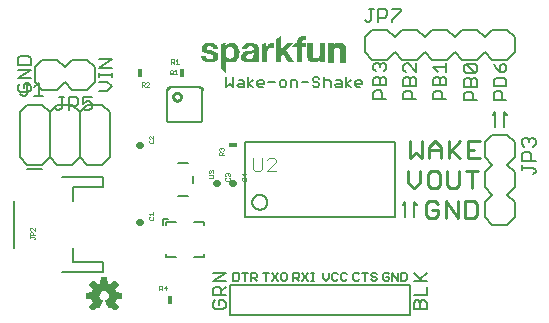
<source format=gbr>
G04 EAGLE Gerber RS-274X export*
G75*
%MOMM*%
%FSLAX34Y34*%
%LPD*%
%INSilkscreen Top*%
%IPPOS*%
%AMOC8*
5,1,8,0,0,1.08239X$1,22.5*%
G01*
%ADD10C,0.279400*%
%ADD11C,0.203200*%
%ADD12C,0.152400*%
%ADD13C,0.015238*%
%ADD14C,0.254000*%
%ADD15C,0.025400*%
%ADD16C,0.127000*%
%ADD17C,0.101600*%
%ADD18R,0.457200X0.762000*%
%ADD19C,0.558800*%
%ADD20R,0.762000X0.457200*%

G36*
X93394Y3448D02*
X93394Y3448D01*
X93502Y3458D01*
X93515Y3464D01*
X93529Y3466D01*
X93626Y3514D01*
X93725Y3559D01*
X93738Y3570D01*
X93747Y3574D01*
X93762Y3590D01*
X93839Y3652D01*
X96424Y6237D01*
X96487Y6326D01*
X96553Y6411D01*
X96558Y6424D01*
X96566Y6436D01*
X96597Y6539D01*
X96633Y6642D01*
X96633Y6656D01*
X96637Y6669D01*
X96633Y6777D01*
X96634Y6886D01*
X96629Y6899D01*
X96629Y6913D01*
X96591Y7015D01*
X96556Y7117D01*
X96547Y7132D01*
X96543Y7141D01*
X96529Y7158D01*
X96475Y7240D01*
X93711Y10630D01*
X94268Y11712D01*
X94274Y11732D01*
X94316Y11827D01*
X94687Y12986D01*
X99038Y13429D01*
X99142Y13457D01*
X99248Y13482D01*
X99260Y13489D01*
X99273Y13492D01*
X99363Y13553D01*
X99456Y13610D01*
X99464Y13621D01*
X99476Y13629D01*
X99542Y13715D01*
X99611Y13799D01*
X99615Y13812D01*
X99624Y13823D01*
X99658Y13926D01*
X99697Y14027D01*
X99698Y14045D01*
X99702Y14054D01*
X99702Y14076D01*
X99711Y14174D01*
X99711Y17830D01*
X99694Y17937D01*
X99680Y18045D01*
X99674Y18057D01*
X99672Y18071D01*
X99620Y18167D01*
X99573Y18264D01*
X99563Y18274D01*
X99557Y18286D01*
X99477Y18360D01*
X99401Y18437D01*
X99389Y18443D01*
X99379Y18453D01*
X99280Y18498D01*
X99183Y18546D01*
X99165Y18550D01*
X99156Y18554D01*
X99135Y18556D01*
X99038Y18575D01*
X94687Y19018D01*
X94316Y20177D01*
X94307Y20194D01*
X94305Y20202D01*
X94301Y20209D01*
X94268Y20292D01*
X93711Y21374D01*
X96475Y24764D01*
X96529Y24858D01*
X96586Y24950D01*
X96589Y24963D01*
X96596Y24975D01*
X96617Y25082D01*
X96642Y25187D01*
X96640Y25201D01*
X96643Y25215D01*
X96628Y25322D01*
X96618Y25430D01*
X96612Y25443D01*
X96610Y25457D01*
X96562Y25554D01*
X96517Y25653D01*
X96506Y25666D01*
X96502Y25675D01*
X96486Y25690D01*
X96424Y25767D01*
X93839Y28352D01*
X93750Y28415D01*
X93665Y28481D01*
X93652Y28486D01*
X93640Y28494D01*
X93537Y28525D01*
X93434Y28561D01*
X93420Y28561D01*
X93407Y28565D01*
X93299Y28561D01*
X93190Y28562D01*
X93177Y28557D01*
X93163Y28557D01*
X93061Y28519D01*
X92959Y28484D01*
X92944Y28475D01*
X92935Y28471D01*
X92918Y28457D01*
X92836Y28403D01*
X89446Y25639D01*
X88364Y26196D01*
X88344Y26202D01*
X88249Y26244D01*
X87090Y26615D01*
X86647Y30966D01*
X86619Y31070D01*
X86594Y31176D01*
X86587Y31188D01*
X86584Y31201D01*
X86523Y31291D01*
X86466Y31384D01*
X86455Y31392D01*
X86447Y31404D01*
X86361Y31470D01*
X86277Y31539D01*
X86264Y31543D01*
X86253Y31552D01*
X86150Y31586D01*
X86049Y31625D01*
X86031Y31626D01*
X86022Y31630D01*
X86000Y31630D01*
X85902Y31639D01*
X82246Y31639D01*
X82139Y31622D01*
X82031Y31608D01*
X82019Y31602D01*
X82005Y31600D01*
X81909Y31548D01*
X81812Y31501D01*
X81802Y31491D01*
X81790Y31485D01*
X81716Y31405D01*
X81639Y31329D01*
X81633Y31317D01*
X81623Y31307D01*
X81578Y31208D01*
X81530Y31111D01*
X81526Y31093D01*
X81522Y31084D01*
X81520Y31063D01*
X81501Y30966D01*
X81058Y26615D01*
X79899Y26244D01*
X79881Y26234D01*
X79784Y26196D01*
X78702Y25639D01*
X75312Y28403D01*
X75218Y28457D01*
X75126Y28514D01*
X75113Y28517D01*
X75101Y28524D01*
X74994Y28545D01*
X74889Y28570D01*
X74875Y28568D01*
X74861Y28571D01*
X74754Y28556D01*
X74646Y28546D01*
X74633Y28540D01*
X74620Y28538D01*
X74522Y28490D01*
X74423Y28445D01*
X74410Y28434D01*
X74401Y28430D01*
X74386Y28414D01*
X74309Y28352D01*
X71724Y25767D01*
X71661Y25678D01*
X71595Y25593D01*
X71590Y25580D01*
X71582Y25568D01*
X71551Y25465D01*
X71515Y25362D01*
X71515Y25348D01*
X71511Y25335D01*
X71515Y25227D01*
X71514Y25118D01*
X71519Y25105D01*
X71519Y25091D01*
X71557Y24989D01*
X71592Y24887D01*
X71601Y24872D01*
X71605Y24863D01*
X71619Y24846D01*
X71673Y24764D01*
X74437Y21374D01*
X73880Y20292D01*
X73874Y20272D01*
X73832Y20177D01*
X73461Y19018D01*
X69110Y18575D01*
X69006Y18547D01*
X68900Y18522D01*
X68888Y18515D01*
X68875Y18512D01*
X68785Y18451D01*
X68692Y18394D01*
X68684Y18383D01*
X68672Y18375D01*
X68606Y18289D01*
X68538Y18205D01*
X68533Y18192D01*
X68524Y18181D01*
X68490Y18078D01*
X68451Y17977D01*
X68450Y17959D01*
X68446Y17950D01*
X68447Y17928D01*
X68437Y17830D01*
X68437Y14174D01*
X68454Y14067D01*
X68468Y13959D01*
X68474Y13947D01*
X68476Y13933D01*
X68528Y13837D01*
X68575Y13740D01*
X68585Y13730D01*
X68591Y13718D01*
X68671Y13644D01*
X68747Y13567D01*
X68759Y13561D01*
X68770Y13551D01*
X68868Y13506D01*
X68965Y13458D01*
X68983Y13454D01*
X68992Y13450D01*
X69013Y13448D01*
X69110Y13429D01*
X73461Y12986D01*
X73832Y11827D01*
X73842Y11809D01*
X73880Y11712D01*
X74437Y10630D01*
X71673Y7240D01*
X71619Y7146D01*
X71562Y7054D01*
X71559Y7041D01*
X71552Y7029D01*
X71531Y6922D01*
X71506Y6817D01*
X71508Y6803D01*
X71505Y6789D01*
X71520Y6682D01*
X71530Y6574D01*
X71536Y6561D01*
X71538Y6548D01*
X71586Y6450D01*
X71631Y6351D01*
X71642Y6338D01*
X71646Y6329D01*
X71662Y6314D01*
X71724Y6237D01*
X74309Y3652D01*
X74398Y3589D01*
X74483Y3523D01*
X74496Y3518D01*
X74508Y3510D01*
X74611Y3479D01*
X74714Y3443D01*
X74728Y3443D01*
X74741Y3439D01*
X74849Y3443D01*
X74958Y3442D01*
X74971Y3447D01*
X74985Y3447D01*
X75087Y3485D01*
X75189Y3520D01*
X75204Y3529D01*
X75213Y3533D01*
X75230Y3547D01*
X75312Y3601D01*
X78702Y6365D01*
X79784Y5808D01*
X79837Y5791D01*
X79886Y5765D01*
X79952Y5754D01*
X80016Y5733D01*
X80072Y5734D01*
X80126Y5725D01*
X80193Y5736D01*
X80260Y5737D01*
X80312Y5755D01*
X80367Y5764D01*
X80427Y5796D01*
X80490Y5819D01*
X80533Y5853D01*
X80583Y5879D01*
X80629Y5928D01*
X80681Y5970D01*
X80712Y6017D01*
X80750Y6057D01*
X80806Y6162D01*
X80814Y6175D01*
X80815Y6180D01*
X80819Y6187D01*
X82972Y11384D01*
X82992Y11468D01*
X82997Y11480D01*
X82999Y11496D01*
X83024Y11582D01*
X83023Y11602D01*
X83028Y11622D01*
X83020Y11704D01*
X83021Y11723D01*
X83017Y11743D01*
X83013Y11826D01*
X83006Y11845D01*
X83004Y11865D01*
X82972Y11934D01*
X82966Y11961D01*
X82951Y11985D01*
X82924Y12054D01*
X82911Y12069D01*
X82903Y12087D01*
X82858Y12136D01*
X82838Y12168D01*
X82806Y12194D01*
X82767Y12240D01*
X82746Y12255D01*
X82736Y12265D01*
X82715Y12277D01*
X82652Y12321D01*
X82649Y12323D01*
X82648Y12323D01*
X82646Y12325D01*
X81762Y12820D01*
X81083Y13447D01*
X80569Y14216D01*
X80249Y15084D01*
X80141Y16001D01*
X80254Y16936D01*
X80585Y17817D01*
X81117Y18594D01*
X81818Y19223D01*
X82648Y19666D01*
X83560Y19900D01*
X84502Y19910D01*
X85418Y19696D01*
X86258Y19271D01*
X86972Y18658D01*
X87521Y17893D01*
X87872Y17019D01*
X88005Y16087D01*
X87913Y15150D01*
X87601Y14262D01*
X87086Y13474D01*
X86399Y12830D01*
X85500Y12324D01*
X85460Y12291D01*
X85418Y12269D01*
X85387Y12236D01*
X85339Y12201D01*
X85326Y12184D01*
X85310Y12171D01*
X85275Y12117D01*
X85251Y12091D01*
X85238Y12060D01*
X85196Y12003D01*
X85190Y11983D01*
X85179Y11965D01*
X85161Y11892D01*
X85151Y11869D01*
X85148Y11845D01*
X85125Y11770D01*
X85126Y11749D01*
X85121Y11728D01*
X85128Y11644D01*
X85127Y11626D01*
X85130Y11610D01*
X85133Y11526D01*
X85141Y11500D01*
X85142Y11485D01*
X85152Y11463D01*
X85176Y11384D01*
X85484Y10639D01*
X85485Y10639D01*
X85795Y9890D01*
X86105Y9141D01*
X86105Y9140D01*
X86416Y8392D01*
X86416Y8391D01*
X86726Y7642D01*
X87036Y6893D01*
X87037Y6893D01*
X87329Y6187D01*
X87358Y6140D01*
X87379Y6088D01*
X87422Y6037D01*
X87458Y5980D01*
X87501Y5945D01*
X87537Y5902D01*
X87594Y5868D01*
X87646Y5825D01*
X87698Y5806D01*
X87746Y5777D01*
X87812Y5763D01*
X87875Y5739D01*
X87930Y5737D01*
X87984Y5726D01*
X88051Y5733D01*
X88118Y5731D01*
X88172Y5747D01*
X88227Y5754D01*
X88338Y5798D01*
X88352Y5802D01*
X88356Y5805D01*
X88364Y5808D01*
X89446Y6365D01*
X92836Y3601D01*
X92930Y3547D01*
X93022Y3490D01*
X93035Y3487D01*
X93047Y3480D01*
X93154Y3459D01*
X93259Y3434D01*
X93273Y3436D01*
X93287Y3433D01*
X93394Y3448D01*
G37*
G36*
X187077Y204523D02*
X187077Y204523D01*
X187080Y204522D01*
X187122Y204543D01*
X187164Y204563D01*
X187165Y204565D01*
X187167Y204566D01*
X187174Y204588D01*
X187197Y204648D01*
X187197Y215752D01*
X187198Y215750D01*
X187718Y215034D01*
X187729Y215027D01*
X187736Y215014D01*
X188396Y214424D01*
X188408Y214420D01*
X188418Y214409D01*
X189187Y213972D01*
X189200Y213970D01*
X189212Y213961D01*
X190056Y213697D01*
X190067Y213698D01*
X190078Y213692D01*
X191295Y213537D01*
X191304Y213539D01*
X191313Y213536D01*
X192540Y213553D01*
X192548Y213556D01*
X192558Y213554D01*
X193770Y213743D01*
X193779Y213748D01*
X193790Y213748D01*
X194709Y214042D01*
X194717Y214049D01*
X194729Y214051D01*
X195585Y214497D01*
X195591Y214505D01*
X195603Y214508D01*
X196371Y215093D01*
X196376Y215102D01*
X196387Y215107D01*
X197044Y215814D01*
X197048Y215824D01*
X197058Y215831D01*
X197830Y217016D01*
X197832Y217026D01*
X197840Y217035D01*
X198396Y218335D01*
X198396Y218346D01*
X198403Y218356D01*
X198726Y219732D01*
X198724Y219743D01*
X198729Y219754D01*
X198847Y221969D01*
X198843Y221980D01*
X198846Y221992D01*
X198563Y224192D01*
X198558Y224202D01*
X198558Y224214D01*
X197884Y226327D01*
X197876Y226337D01*
X197874Y226350D01*
X197295Y227391D01*
X197284Y227399D01*
X197279Y227413D01*
X196487Y228303D01*
X196478Y228308D01*
X196471Y228318D01*
X195647Y228971D01*
X195639Y228973D01*
X195633Y228980D01*
X194731Y229521D01*
X194721Y229523D01*
X194712Y229531D01*
X193688Y229931D01*
X193675Y229931D01*
X193663Y229938D01*
X192578Y230121D01*
X192567Y230119D01*
X192555Y230123D01*
X190574Y230098D01*
X190563Y230093D01*
X190550Y230096D01*
X190068Y229994D01*
X190059Y229987D01*
X190047Y229987D01*
X188726Y229454D01*
X188719Y229447D01*
X188709Y229446D01*
X188315Y229213D01*
X188308Y229204D01*
X188296Y229199D01*
X187953Y228898D01*
X187950Y228892D01*
X187943Y228889D01*
X187054Y227924D01*
X187054Y227923D01*
X187053Y227922D01*
X186919Y227773D01*
X186943Y229690D01*
X186937Y229705D01*
X186940Y229719D01*
X186920Y229748D01*
X186906Y229782D01*
X186892Y229787D01*
X186883Y229800D01*
X186842Y229807D01*
X186815Y229818D01*
X186805Y229814D01*
X186794Y229816D01*
X182908Y229080D01*
X182874Y229058D01*
X182838Y229041D01*
X182834Y229031D01*
X182826Y229025D01*
X182820Y228996D01*
X182805Y228956D01*
X182805Y208382D01*
X182807Y208376D01*
X182805Y208369D01*
X182834Y208312D01*
X182843Y208291D01*
X182845Y208290D01*
X182846Y208288D01*
X186986Y204554D01*
X187031Y204539D01*
X187075Y204522D01*
X187077Y204523D01*
G37*
G36*
X206264Y213505D02*
X206264Y213505D01*
X206275Y213502D01*
X207893Y213743D01*
X207902Y213749D01*
X207915Y213748D01*
X208950Y214101D01*
X208959Y214108D01*
X208971Y214110D01*
X209922Y214650D01*
X209930Y214659D01*
X209942Y214664D01*
X210769Y215367D01*
X210793Y215383D01*
X210802Y215384D01*
X210810Y215382D01*
X210817Y215376D01*
X210826Y215353D01*
X211053Y214324D01*
X211055Y214321D01*
X211054Y214318D01*
X211130Y214038D01*
X211141Y214024D01*
X211145Y214005D01*
X211166Y213969D01*
X211190Y213952D01*
X211217Y213923D01*
X211254Y213904D01*
X211284Y213902D01*
X211322Y213891D01*
X211358Y213894D01*
X215392Y213894D01*
X215415Y213903D01*
X215440Y213903D01*
X215458Y213922D01*
X215483Y213932D01*
X215492Y213955D01*
X215509Y213973D01*
X215510Y214002D01*
X215518Y214024D01*
X215510Y214042D01*
X215510Y214064D01*
X215436Y214263D01*
X215087Y215558D01*
X214985Y216895D01*
X215010Y221233D01*
X215009Y221236D01*
X215010Y221238D01*
X214990Y221281D01*
X214977Y221314D01*
X214985Y221336D01*
X214985Y226162D01*
X214982Y226169D01*
X214984Y226178D01*
X214893Y226913D01*
X214886Y226926D01*
X214886Y226943D01*
X214619Y227634D01*
X214608Y227644D01*
X214604Y227661D01*
X214177Y228266D01*
X214164Y228274D01*
X214156Y228289D01*
X213594Y228772D01*
X213581Y228776D01*
X213571Y228787D01*
X212268Y229481D01*
X212256Y229482D01*
X212245Y229490D01*
X210831Y229915D01*
X210821Y229914D01*
X210812Y229919D01*
X209073Y230149D01*
X209065Y230147D01*
X209057Y230150D01*
X207303Y230158D01*
X207296Y230155D01*
X207287Y230158D01*
X205547Y229944D01*
X205539Y229940D01*
X205529Y229941D01*
X204300Y229607D01*
X204292Y229600D01*
X204281Y229600D01*
X203123Y229071D01*
X203115Y229062D01*
X203102Y229059D01*
X202285Y228485D01*
X202278Y228474D01*
X202265Y228468D01*
X201582Y227738D01*
X201579Y227729D01*
X201577Y227729D01*
X201575Y227724D01*
X201566Y227717D01*
X201047Y226864D01*
X201045Y226851D01*
X201035Y226840D01*
X200701Y225899D01*
X200702Y225886D01*
X200695Y225873D01*
X200573Y224982D01*
X200570Y224980D01*
X200569Y224980D01*
X200550Y224931D01*
X200534Y224888D01*
X200536Y224883D01*
X200569Y224805D01*
X200594Y224779D01*
X200634Y224761D01*
X200672Y224740D01*
X200678Y224742D01*
X200685Y224740D01*
X200725Y224757D01*
X200755Y224766D01*
X204902Y224766D01*
X204904Y224767D01*
X204906Y224766D01*
X204949Y224786D01*
X204993Y224804D01*
X204993Y224806D01*
X204995Y224807D01*
X205028Y224892D01*
X205028Y224935D01*
X205091Y225466D01*
X205275Y225961D01*
X205570Y226399D01*
X205960Y226755D01*
X206424Y227010D01*
X206985Y227175D01*
X207572Y227229D01*
X208927Y227179D01*
X209296Y227118D01*
X209642Y226990D01*
X209956Y226797D01*
X210209Y226563D01*
X210408Y226284D01*
X210547Y225970D01*
X210658Y225449D01*
X210658Y224918D01*
X210547Y224397D01*
X210505Y224300D01*
X210445Y224213D01*
X210161Y223952D01*
X209733Y223706D01*
X209264Y223541D01*
X207958Y223315D01*
X205752Y223087D01*
X205748Y223084D01*
X205743Y223085D01*
X204206Y222807D01*
X204198Y222803D01*
X204189Y222803D01*
X202704Y222319D01*
X202696Y222312D01*
X202684Y222311D01*
X201988Y221945D01*
X201980Y221935D01*
X201967Y221931D01*
X201357Y221433D01*
X201351Y221422D01*
X201341Y221416D01*
X201340Y221416D01*
X201339Y221415D01*
X200841Y220806D01*
X200837Y220793D01*
X200826Y220782D01*
X200397Y219920D01*
X200396Y219905D01*
X200387Y219891D01*
X200181Y218950D01*
X200183Y218937D01*
X200178Y218923D01*
X200175Y217862D01*
X200180Y217852D01*
X200177Y217839D01*
X200366Y216795D01*
X200372Y216786D01*
X200372Y216773D01*
X200745Y215780D01*
X200753Y215771D01*
X200755Y215759D01*
X201047Y215276D01*
X201056Y215269D01*
X201061Y215257D01*
X201438Y214837D01*
X201449Y214832D01*
X201456Y214821D01*
X201904Y214479D01*
X201917Y214475D01*
X201927Y214465D01*
X203196Y213859D01*
X203209Y213859D01*
X203222Y213850D01*
X204594Y213542D01*
X204606Y213544D01*
X204619Y213539D01*
X206254Y213501D01*
X206264Y213505D01*
G37*
G36*
X233631Y213768D02*
X233631Y213768D01*
X233633Y213767D01*
X233676Y213787D01*
X233720Y213805D01*
X233720Y213807D01*
X233722Y213808D01*
X233755Y213893D01*
X233755Y219301D01*
X235410Y220908D01*
X239643Y213930D01*
X239658Y213919D01*
X239666Y213902D01*
X239700Y213889D01*
X239723Y213872D01*
X239736Y213874D01*
X239750Y213869D01*
X244830Y213844D01*
X244866Y213859D01*
X244904Y213867D01*
X244910Y213877D01*
X244921Y213882D01*
X244936Y213918D01*
X244956Y213951D01*
X244953Y213963D01*
X244957Y213973D01*
X244945Y214001D01*
X244936Y214040D01*
X238339Y223935D01*
X244030Y229501D01*
X244031Y229502D01*
X244033Y229503D01*
X244050Y229548D01*
X244068Y229592D01*
X244068Y229593D01*
X244068Y229595D01*
X244048Y229638D01*
X244029Y229682D01*
X244028Y229683D01*
X244027Y229684D01*
X243942Y229717D01*
X239268Y229717D01*
X239265Y229716D01*
X239262Y229717D01*
X239179Y229680D01*
X233704Y224206D01*
X233704Y235636D01*
X233691Y235668D01*
X233686Y235702D01*
X233672Y235712D01*
X233666Y235727D01*
X233634Y235739D01*
X233605Y235759D01*
X233588Y235757D01*
X233574Y235762D01*
X233549Y235751D01*
X233515Y235746D01*
X229375Y233384D01*
X229363Y233367D01*
X229345Y233359D01*
X229332Y233327D01*
X229316Y233305D01*
X229318Y233290D01*
X229312Y233274D01*
X229312Y213944D01*
X229313Y213941D01*
X229312Y213938D01*
X229349Y213855D01*
X229400Y213804D01*
X229403Y213803D01*
X229404Y213800D01*
X229489Y213767D01*
X233629Y213767D01*
X233631Y213768D01*
G37*
G36*
X262558Y213493D02*
X262558Y213493D01*
X262565Y213496D01*
X262574Y213495D01*
X264052Y213718D01*
X264060Y213723D01*
X264070Y213722D01*
X264332Y213803D01*
X264340Y213809D01*
X264352Y213811D01*
X264597Y213933D01*
X264604Y213940D01*
X264614Y213943D01*
X265544Y214602D01*
X265549Y214610D01*
X265558Y214613D01*
X266385Y215398D01*
X266388Y215406D01*
X266397Y215411D01*
X266904Y216052D01*
X266904Y213995D01*
X266905Y213993D01*
X266904Y213991D01*
X266924Y213948D01*
X266942Y213904D01*
X266944Y213904D01*
X266945Y213902D01*
X267030Y213869D01*
X271043Y213869D01*
X271045Y213870D01*
X271047Y213869D01*
X271090Y213889D01*
X271134Y213907D01*
X271134Y213909D01*
X271136Y213910D01*
X271169Y213995D01*
X271169Y229616D01*
X271168Y229618D01*
X271169Y229620D01*
X271149Y229663D01*
X271131Y229707D01*
X271129Y229707D01*
X271128Y229709D01*
X271043Y229742D01*
X266827Y229742D01*
X266825Y229741D01*
X266823Y229742D01*
X266780Y229722D01*
X266736Y229704D01*
X266736Y229702D01*
X266734Y229701D01*
X266701Y229616D01*
X266701Y221314D01*
X266625Y220084D01*
X266400Y218880D01*
X266191Y218330D01*
X265864Y217845D01*
X265433Y217448D01*
X264923Y217160D01*
X264232Y216948D01*
X263511Y216881D01*
X262792Y216961D01*
X262103Y217184D01*
X261708Y217409D01*
X261367Y217710D01*
X261095Y218072D01*
X260752Y218840D01*
X260603Y219670D01*
X260603Y229667D01*
X260602Y229669D01*
X260603Y229671D01*
X260583Y229714D01*
X260565Y229758D01*
X260563Y229758D01*
X260562Y229760D01*
X260477Y229793D01*
X256337Y229793D01*
X256335Y229792D01*
X256333Y229793D01*
X256290Y229773D01*
X256246Y229755D01*
X256246Y229753D01*
X256244Y229752D01*
X256211Y229667D01*
X256211Y218872D01*
X256213Y218867D01*
X256211Y218860D01*
X256312Y217761D01*
X256317Y217752D01*
X256317Y217751D01*
X256318Y217749D01*
X256316Y217738D01*
X256616Y216675D01*
X256623Y216666D01*
X256624Y216653D01*
X257112Y215663D01*
X257121Y215655D01*
X257125Y215643D01*
X257785Y214758D01*
X257795Y214751D01*
X257802Y214739D01*
X258056Y214511D01*
X258064Y214508D01*
X258065Y214506D01*
X258070Y214504D01*
X258076Y214496D01*
X258978Y213970D01*
X258990Y213969D01*
X259000Y213960D01*
X259986Y213617D01*
X259998Y213618D01*
X260010Y213611D01*
X261043Y213464D01*
X261053Y213467D01*
X261064Y213463D01*
X262558Y213493D01*
G37*
G36*
X277751Y213794D02*
X277751Y213794D01*
X277753Y213793D01*
X277796Y213813D01*
X277840Y213831D01*
X277840Y213833D01*
X277842Y213834D01*
X277875Y213919D01*
X277875Y223285D01*
X277956Y224068D01*
X278172Y224818D01*
X278535Y225497D01*
X279052Y226066D01*
X279509Y226380D01*
X280025Y226584D01*
X280581Y226671D01*
X281686Y226721D01*
X282002Y226704D01*
X282302Y226627D01*
X282737Y226410D01*
X283111Y226101D01*
X283407Y225714D01*
X283717Y225072D01*
X283908Y224384D01*
X283973Y223666D01*
X283973Y214020D01*
X283974Y214018D01*
X283973Y214016D01*
X283993Y213973D01*
X284011Y213929D01*
X284013Y213929D01*
X284014Y213927D01*
X284099Y213894D01*
X288188Y213894D01*
X288190Y213895D01*
X288192Y213894D01*
X288235Y213914D01*
X288279Y213932D01*
X288279Y213934D01*
X288281Y213935D01*
X288314Y214020D01*
X288314Y224561D01*
X288312Y224566D01*
X288314Y224571D01*
X288224Y225700D01*
X288220Y225708D01*
X288221Y225717D01*
X287981Y226824D01*
X287976Y226832D01*
X287976Y226842D01*
X287707Y227547D01*
X287699Y227555D01*
X287697Y227567D01*
X287313Y228216D01*
X287304Y228222D01*
X287300Y228234D01*
X286811Y228809D01*
X286800Y228814D01*
X286793Y228826D01*
X286008Y229444D01*
X285995Y229447D01*
X285984Y229459D01*
X285079Y229881D01*
X285065Y229882D01*
X285051Y229890D01*
X284074Y230096D01*
X284063Y230093D01*
X284051Y230098D01*
X282045Y230148D01*
X282035Y230144D01*
X282024Y230147D01*
X280972Y229992D01*
X280961Y229985D01*
X280947Y229985D01*
X279950Y229616D01*
X279940Y229607D01*
X279926Y229604D01*
X279028Y229037D01*
X279021Y229028D01*
X279010Y229024D01*
X278549Y228608D01*
X278546Y228600D01*
X278538Y228596D01*
X278136Y228123D01*
X278134Y228118D01*
X278130Y228116D01*
X277853Y227738D01*
X277739Y227602D01*
X277697Y227573D01*
X277697Y229641D01*
X277696Y229643D01*
X277697Y229645D01*
X277677Y229688D01*
X277659Y229732D01*
X277657Y229732D01*
X277656Y229734D01*
X277571Y229767D01*
X273533Y229767D01*
X273531Y229766D01*
X273529Y229767D01*
X273486Y229747D01*
X273442Y229729D01*
X273442Y229727D01*
X273440Y229726D01*
X273407Y229641D01*
X273407Y213919D01*
X273408Y213917D01*
X273407Y213915D01*
X273427Y213872D01*
X273445Y213828D01*
X273447Y213828D01*
X273448Y213826D01*
X273533Y213793D01*
X277749Y213793D01*
X277751Y213794D01*
G37*
G36*
X175169Y213560D02*
X175169Y213560D01*
X175175Y213562D01*
X175182Y213561D01*
X176496Y213743D01*
X176504Y213747D01*
X176513Y213747D01*
X177513Y214029D01*
X177522Y214036D01*
X177534Y214037D01*
X178469Y214488D01*
X178476Y214496D01*
X178488Y214499D01*
X179332Y215105D01*
X179337Y215115D01*
X179348Y215120D01*
X180074Y215863D01*
X180078Y215873D01*
X180089Y215881D01*
X180468Y216445D01*
X180470Y216456D01*
X180479Y216466D01*
X180745Y217091D01*
X180745Y217103D01*
X180753Y217114D01*
X180895Y217778D01*
X180894Y217787D01*
X180898Y217796D01*
X180974Y218837D01*
X180971Y218846D01*
X180974Y218857D01*
X180880Y219912D01*
X180873Y219925D01*
X180873Y219941D01*
X180536Y220944D01*
X180527Y220955D01*
X180524Y220970D01*
X180272Y221382D01*
X180262Y221389D01*
X180256Y221403D01*
X179924Y221753D01*
X179913Y221757D01*
X179907Y221768D01*
X179215Y222276D01*
X179207Y222278D01*
X179200Y222286D01*
X178444Y222691D01*
X178435Y222692D01*
X178428Y222698D01*
X176772Y223308D01*
X176764Y223308D01*
X176756Y223313D01*
X175033Y223694D01*
X175032Y223694D01*
X175031Y223695D01*
X173008Y224099D01*
X172256Y224371D01*
X171581Y224787D01*
X171298Y225080D01*
X171114Y225441D01*
X171049Y225810D01*
X171097Y226182D01*
X171252Y226524D01*
X171485Y226792D01*
X171786Y226987D01*
X172210Y227144D01*
X172659Y227229D01*
X173508Y227273D01*
X174355Y227229D01*
X174851Y227131D01*
X175318Y226942D01*
X175741Y226671D01*
X176016Y226407D01*
X176234Y226094D01*
X176384Y225742D01*
X176439Y225499D01*
X176455Y225239D01*
X176476Y225197D01*
X176496Y225154D01*
X176498Y225153D01*
X176499Y225151D01*
X176518Y225145D01*
X176581Y225121D01*
X180467Y225121D01*
X180476Y225124D01*
X180484Y225122D01*
X180520Y225143D01*
X180558Y225159D01*
X180561Y225168D01*
X180569Y225173D01*
X180583Y225224D01*
X180593Y225251D01*
X180591Y225255D01*
X180592Y225258D01*
X180592Y225259D01*
X180593Y225260D01*
X180517Y225971D01*
X180511Y225981D01*
X180513Y225992D01*
X180508Y225998D01*
X180508Y226005D01*
X180516Y226018D01*
X180510Y226042D01*
X180513Y226051D01*
X180509Y226059D01*
X180510Y226078D01*
X180307Y226636D01*
X180303Y226640D01*
X180303Y226645D01*
X179947Y227433D01*
X179940Y227439D01*
X179938Y227450D01*
X179652Y227892D01*
X179644Y227897D01*
X179640Y227907D01*
X179292Y228303D01*
X179282Y228307D01*
X179275Y228318D01*
X178316Y229075D01*
X178303Y229079D01*
X178293Y229089D01*
X177196Y229627D01*
X177184Y229628D01*
X177173Y229636D01*
X175822Y230004D01*
X175812Y230003D01*
X175802Y230008D01*
X174409Y230148D01*
X174403Y230146D01*
X174396Y230148D01*
X172593Y230148D01*
X172587Y230146D01*
X172579Y230148D01*
X171150Y229993D01*
X171140Y229987D01*
X171127Y229988D01*
X169749Y229577D01*
X169740Y229570D01*
X169728Y229569D01*
X168447Y228915D01*
X168439Y228906D01*
X168427Y228903D01*
X167951Y228534D01*
X167945Y228523D01*
X167933Y228517D01*
X167539Y228062D01*
X167535Y228051D01*
X167524Y228042D01*
X167225Y227520D01*
X167224Y227507D01*
X167215Y227497D01*
X166857Y226413D01*
X166858Y226401D01*
X166852Y226388D01*
X166723Y225254D01*
X166726Y225242D01*
X166723Y225228D01*
X166828Y224092D01*
X166834Y224081D01*
X166833Y224067D01*
X166985Y223578D01*
X166993Y223568D01*
X166995Y223554D01*
X167244Y223107D01*
X167255Y223099D01*
X167259Y223085D01*
X167596Y222700D01*
X167606Y222695D01*
X167612Y222684D01*
X168289Y222147D01*
X168298Y222144D01*
X168305Y222136D01*
X169056Y221709D01*
X169065Y221708D01*
X169073Y221701D01*
X169881Y221395D01*
X169889Y221395D01*
X169897Y221390D01*
X173528Y220527D01*
X174702Y220221D01*
X175809Y219751D01*
X176145Y219520D01*
X176411Y219216D01*
X176591Y218854D01*
X176676Y218459D01*
X176659Y218055D01*
X176542Y217670D01*
X176334Y217325D01*
X176046Y217041D01*
X175533Y216729D01*
X174966Y216532D01*
X174363Y216458D01*
X173033Y216458D01*
X172471Y216531D01*
X171884Y216748D01*
X171357Y217085D01*
X170915Y217528D01*
X170660Y217942D01*
X170513Y218404D01*
X170484Y218901D01*
X170484Y218948D01*
X170483Y218950D01*
X170484Y218952D01*
X170464Y218995D01*
X170446Y219039D01*
X170444Y219039D01*
X170443Y219041D01*
X170358Y219074D01*
X166497Y219074D01*
X166491Y219072D01*
X166484Y219074D01*
X166472Y219067D01*
X166458Y219068D01*
X166456Y219067D01*
X166455Y219067D01*
X166433Y219047D01*
X166406Y219036D01*
X166404Y219029D01*
X166398Y219026D01*
X166393Y219012D01*
X166383Y219003D01*
X166383Y219002D01*
X166382Y219000D01*
X166381Y218973D01*
X166379Y218966D01*
X166371Y218944D01*
X166372Y218942D01*
X166371Y218939D01*
X166396Y218583D01*
X166399Y218577D01*
X166398Y218570D01*
X166500Y217986D01*
X166505Y217978D01*
X166504Y217967D01*
X166936Y216697D01*
X166943Y216690D01*
X166944Y216680D01*
X167253Y216084D01*
X167263Y216077D01*
X167267Y216064D01*
X167687Y215540D01*
X167698Y215535D01*
X167704Y215523D01*
X168219Y215092D01*
X168227Y215090D01*
X168232Y215083D01*
X169426Y214321D01*
X169434Y214319D01*
X169441Y214312D01*
X170298Y213915D01*
X170311Y213914D01*
X170323Y213906D01*
X171244Y213694D01*
X171253Y213696D01*
X171263Y213691D01*
X173829Y213513D01*
X173836Y213515D01*
X173842Y213513D01*
X175169Y213560D01*
G37*
G36*
X251868Y213794D02*
X251868Y213794D01*
X251870Y213793D01*
X251913Y213813D01*
X251957Y213831D01*
X251957Y213833D01*
X251959Y213834D01*
X251992Y213919D01*
X251992Y226823D01*
X254864Y226823D01*
X254866Y226824D01*
X254868Y226823D01*
X254911Y226843D01*
X254955Y226861D01*
X254955Y226863D01*
X254957Y226864D01*
X254990Y226949D01*
X254990Y229616D01*
X254989Y229618D01*
X254990Y229620D01*
X254970Y229663D01*
X254952Y229707D01*
X254950Y229707D01*
X254949Y229709D01*
X254864Y229742D01*
X252018Y229742D01*
X252018Y231004D01*
X252081Y231466D01*
X252256Y231889D01*
X252438Y232121D01*
X252678Y232291D01*
X252960Y232388D01*
X253860Y232471D01*
X254775Y232386D01*
X255055Y232360D01*
X255061Y232362D01*
X255067Y232360D01*
X255143Y232360D01*
X255145Y232361D01*
X255147Y232360D01*
X255190Y232380D01*
X255234Y232398D01*
X255234Y232400D01*
X255236Y232401D01*
X255269Y232486D01*
X255269Y235509D01*
X255269Y235510D01*
X255269Y235512D01*
X255269Y235513D01*
X255249Y235556D01*
X255231Y235600D01*
X255229Y235600D01*
X255228Y235602D01*
X255143Y235635D01*
X255121Y235635D01*
X253804Y235711D01*
X253801Y235710D01*
X253797Y235711D01*
X252247Y235711D01*
X252237Y235707D01*
X252226Y235709D01*
X251213Y235535D01*
X251203Y235528D01*
X251189Y235528D01*
X250231Y235159D01*
X250222Y235151D01*
X250209Y235148D01*
X249341Y234598D01*
X249335Y234588D01*
X249328Y234586D01*
X249328Y234585D01*
X249322Y234583D01*
X248579Y233873D01*
X248574Y233863D01*
X248563Y233855D01*
X248223Y233378D01*
X248221Y233367D01*
X248212Y233358D01*
X247963Y232827D01*
X247963Y232816D01*
X247955Y232806D01*
X247807Y232239D01*
X247808Y232228D01*
X247803Y232217D01*
X247626Y230083D01*
X247628Y230079D01*
X247626Y230075D01*
X247626Y230073D01*
X247626Y229742D01*
X246380Y229742D01*
X246377Y229741D01*
X246374Y229742D01*
X246291Y229705D01*
X243624Y227038D01*
X243623Y227038D01*
X243623Y227037D01*
X243605Y226992D01*
X243587Y226947D01*
X243587Y226946D01*
X243607Y226901D01*
X243627Y226857D01*
X243628Y226856D01*
X243712Y226823D01*
X247575Y226799D01*
X247575Y213919D01*
X247576Y213917D01*
X247575Y213915D01*
X247595Y213872D01*
X247613Y213828D01*
X247615Y213828D01*
X247616Y213826D01*
X247701Y213793D01*
X251866Y213793D01*
X251868Y213794D01*
G37*
G36*
X221744Y213895D02*
X221744Y213895D01*
X221746Y213894D01*
X221789Y213914D01*
X221833Y213932D01*
X221833Y213934D01*
X221835Y213935D01*
X221868Y214020D01*
X221868Y221839D01*
X221941Y222685D01*
X222141Y223504D01*
X222502Y224297D01*
X223027Y224989D01*
X223694Y225549D01*
X224173Y225813D01*
X224691Y225994D01*
X225233Y226086D01*
X226758Y226086D01*
X227355Y225961D01*
X227358Y225962D01*
X227361Y225960D01*
X227513Y225935D01*
X227522Y225938D01*
X227533Y225934D01*
X227559Y225934D01*
X227561Y225935D01*
X227563Y225934D01*
X227606Y225954D01*
X227650Y225972D01*
X227650Y225974D01*
X227652Y225975D01*
X227685Y226060D01*
X227685Y229921D01*
X227667Y229965D01*
X227649Y230010D01*
X227647Y230010D01*
X227647Y230012D01*
X227630Y230018D01*
X227566Y230047D01*
X226194Y230123D01*
X226184Y230119D01*
X226172Y230122D01*
X225471Y230038D01*
X225461Y230032D01*
X225447Y230033D01*
X224777Y229810D01*
X224768Y229801D01*
X224754Y229799D01*
X224143Y229446D01*
X224141Y229443D01*
X224137Y229442D01*
X223248Y228857D01*
X223245Y228854D01*
X223240Y228852D01*
X222846Y228550D01*
X222839Y228538D01*
X222825Y228530D01*
X222509Y228147D01*
X222507Y228141D01*
X222501Y228136D01*
X221815Y227094D01*
X221636Y226826D01*
X221589Y226811D01*
X221589Y229591D01*
X221584Y229604D01*
X221587Y229617D01*
X221565Y229647D01*
X221551Y229682D01*
X221538Y229687D01*
X221530Y229698D01*
X221487Y229706D01*
X221459Y229717D01*
X221451Y229713D01*
X221441Y229715D01*
X217580Y229029D01*
X217546Y229007D01*
X217509Y228990D01*
X217505Y228981D01*
X217497Y228976D01*
X217492Y228946D01*
X217476Y228905D01*
X217450Y214020D01*
X217451Y214018D01*
X217450Y214016D01*
X217470Y213973D01*
X217488Y213929D01*
X217490Y213929D01*
X217491Y213927D01*
X217576Y213894D01*
X221742Y213894D01*
X221744Y213895D01*
G37*
%LPC*%
G36*
X190235Y216788D02*
X190235Y216788D01*
X189513Y216940D01*
X188835Y217230D01*
X188326Y217593D01*
X187914Y218062D01*
X187615Y218626D01*
X187609Y218630D01*
X187608Y218637D01*
X187557Y218713D01*
X187556Y218714D01*
X187556Y218715D01*
X187514Y218775D01*
X187502Y218834D01*
X187502Y218872D01*
X187502Y218873D01*
X187502Y218874D01*
X187483Y218918D01*
X187464Y218963D01*
X187463Y218963D01*
X187462Y218964D01*
X187417Y218981D01*
X187395Y218989D01*
X187395Y218994D01*
X187404Y219029D01*
X187399Y219066D01*
X187393Y219077D01*
X187394Y219090D01*
X187169Y219765D01*
X187045Y220534D01*
X187019Y223080D01*
X187129Y223895D01*
X187396Y224669D01*
X187809Y225376D01*
X188407Y226056D01*
X189119Y226612D01*
X189457Y226774D01*
X189829Y226848D01*
X190904Y226899D01*
X191471Y226853D01*
X192013Y226697D01*
X192513Y226437D01*
X193272Y225807D01*
X193869Y225021D01*
X194272Y224122D01*
X194463Y223152D01*
X194466Y221181D01*
X194162Y219234D01*
X193873Y218473D01*
X193401Y217815D01*
X192775Y217299D01*
X192036Y216961D01*
X191145Y216782D01*
X190235Y216788D01*
G37*
%LPD*%
%LPC*%
G36*
X206161Y216483D02*
X206161Y216483D01*
X205700Y216580D01*
X205279Y216783D01*
X204917Y217080D01*
X204726Y217330D01*
X204591Y217615D01*
X204520Y217923D01*
X204515Y218176D01*
X204513Y218302D01*
X204511Y218428D01*
X204511Y218429D01*
X204509Y218508D01*
X204616Y219083D01*
X204836Y219625D01*
X205040Y219923D01*
X205308Y220167D01*
X205782Y220451D01*
X206300Y220648D01*
X206850Y220753D01*
X208293Y220905D01*
X208297Y220907D01*
X208301Y220907D01*
X209293Y221076D01*
X209299Y221080D01*
X209308Y221079D01*
X210272Y221367D01*
X210281Y221374D01*
X210294Y221376D01*
X210501Y221483D01*
X210511Y221495D01*
X210527Y221501D01*
X210669Y221628D01*
X210669Y221336D01*
X210670Y221334D01*
X210669Y221332D01*
X210689Y221289D01*
X210689Y221287D01*
X210669Y221234D01*
X210669Y220400D01*
X210599Y219311D01*
X210392Y218241D01*
X210345Y218076D01*
X210238Y217827D01*
X210088Y217608D01*
X209344Y216889D01*
X209053Y216704D01*
X208731Y216582D01*
X207689Y216433D01*
X206161Y216483D01*
G37*
%LPD*%
D10*
X343027Y147206D02*
X343027Y132207D01*
X348027Y137207D01*
X353026Y132207D01*
X353026Y147206D01*
X359399Y142206D02*
X359399Y132207D01*
X359399Y142206D02*
X364398Y147206D01*
X369398Y142206D01*
X369398Y132207D01*
X369398Y139706D02*
X359399Y139706D01*
X375770Y132207D02*
X375770Y147206D01*
X375770Y137207D02*
X385769Y147206D01*
X378270Y139706D02*
X385769Y132207D01*
X392142Y147206D02*
X402141Y147206D01*
X392142Y147206D02*
X392142Y132207D01*
X402141Y132207D01*
X397141Y139706D02*
X392142Y139706D01*
X341757Y121806D02*
X341757Y111807D01*
X346757Y106807D01*
X351756Y111807D01*
X351756Y121806D01*
X360628Y121806D02*
X365628Y121806D01*
X360628Y121806D02*
X358129Y119306D01*
X358129Y109307D01*
X360628Y106807D01*
X365628Y106807D01*
X368128Y109307D01*
X368128Y119306D01*
X365628Y121806D01*
X374500Y121806D02*
X374500Y109307D01*
X377000Y106807D01*
X382000Y106807D01*
X384499Y109307D01*
X384499Y121806D01*
X395871Y121806D02*
X395871Y106807D01*
X390872Y121806D02*
X400871Y121806D01*
X366996Y93906D02*
X364496Y96406D01*
X359497Y96406D01*
X356997Y93906D01*
X356997Y83907D01*
X359497Y81407D01*
X364496Y81407D01*
X366996Y83907D01*
X366996Y88906D01*
X361997Y88906D01*
X373369Y81407D02*
X373369Y96406D01*
X383368Y81407D01*
X383368Y96406D01*
X389740Y96406D02*
X389740Y81407D01*
X397240Y81407D01*
X399739Y83907D01*
X399739Y93906D01*
X397240Y96406D01*
X389740Y96406D01*
D11*
X12946Y195302D02*
X11167Y193523D01*
X11167Y189964D01*
X12946Y188184D01*
X20065Y188184D01*
X21844Y189964D01*
X21844Y193523D01*
X20065Y195302D01*
X16505Y195302D01*
X16505Y191743D01*
X11167Y199878D02*
X21844Y199878D01*
X21844Y206996D02*
X11167Y199878D01*
X11167Y206996D02*
X21844Y206996D01*
X21844Y211572D02*
X11167Y211572D01*
X21844Y211572D02*
X21844Y216911D01*
X20065Y218690D01*
X12946Y218690D01*
X11167Y216911D01*
X11167Y211572D01*
X79747Y189542D02*
X86865Y189542D01*
X90424Y193101D01*
X86865Y196660D01*
X79747Y196660D01*
X90424Y201236D02*
X90424Y204795D01*
X90424Y203016D02*
X79747Y203016D01*
X79747Y204795D02*
X79747Y201236D01*
X79747Y209032D02*
X90424Y209032D01*
X90424Y216150D02*
X79747Y209032D01*
X79747Y216150D02*
X90424Y216150D01*
X312157Y182626D02*
X322834Y182626D01*
X312157Y182626D02*
X312157Y187965D01*
X313936Y189744D01*
X317495Y189744D01*
X319275Y187965D01*
X319275Y182626D01*
X322834Y194320D02*
X312157Y194320D01*
X312157Y199659D01*
X313936Y201438D01*
X315716Y201438D01*
X317495Y199659D01*
X319275Y201438D01*
X321055Y201438D01*
X322834Y199659D01*
X322834Y194320D01*
X317495Y194320D02*
X317495Y199659D01*
X313936Y206014D02*
X312157Y207793D01*
X312157Y211353D01*
X313936Y213132D01*
X315716Y213132D01*
X317495Y211353D01*
X317495Y209573D01*
X317495Y211353D02*
X319275Y213132D01*
X321055Y213132D01*
X322834Y211353D01*
X322834Y207793D01*
X321055Y206014D01*
X389119Y181356D02*
X399796Y181356D01*
X389119Y181356D02*
X389119Y186695D01*
X390898Y188474D01*
X394457Y188474D01*
X396237Y186695D01*
X396237Y181356D01*
X399796Y193050D02*
X389119Y193050D01*
X389119Y198389D01*
X390898Y200168D01*
X392678Y200168D01*
X394457Y198389D01*
X396237Y200168D01*
X398017Y200168D01*
X399796Y198389D01*
X399796Y193050D01*
X394457Y193050D02*
X394457Y198389D01*
X390898Y204744D02*
X398017Y204744D01*
X390898Y204744D02*
X389119Y206523D01*
X389119Y210083D01*
X390898Y211862D01*
X398017Y211862D01*
X399796Y210083D01*
X399796Y206523D01*
X398017Y204744D01*
X390898Y211862D01*
X414011Y181864D02*
X424688Y181864D01*
X414011Y181864D02*
X414011Y187203D01*
X415790Y188982D01*
X419349Y188982D01*
X421129Y187203D01*
X421129Y181864D01*
X424688Y193558D02*
X414011Y193558D01*
X424688Y193558D02*
X424688Y198897D01*
X422909Y200676D01*
X415790Y200676D01*
X414011Y198897D01*
X414011Y193558D01*
X415790Y208811D02*
X414011Y212370D01*
X415790Y208811D02*
X419349Y205252D01*
X422909Y205252D01*
X424688Y207031D01*
X424688Y210591D01*
X422909Y212370D01*
X421129Y212370D01*
X419349Y210591D01*
X419349Y205252D01*
X373634Y182372D02*
X362957Y182372D01*
X362957Y187711D01*
X364736Y189490D01*
X368295Y189490D01*
X370075Y187711D01*
X370075Y182372D01*
X373634Y194066D02*
X362957Y194066D01*
X362957Y199405D01*
X364736Y201184D01*
X366516Y201184D01*
X368295Y199405D01*
X370075Y201184D01*
X371855Y201184D01*
X373634Y199405D01*
X373634Y194066D01*
X368295Y194066D02*
X368295Y199405D01*
X366516Y205760D02*
X362957Y209319D01*
X373634Y209319D01*
X373634Y205760D02*
X373634Y212878D01*
X348234Y182118D02*
X337557Y182118D01*
X337557Y187457D01*
X339336Y189236D01*
X342895Y189236D01*
X344675Y187457D01*
X344675Y182118D01*
X348234Y193812D02*
X337557Y193812D01*
X337557Y199151D01*
X339336Y200930D01*
X341116Y200930D01*
X342895Y199151D01*
X344675Y200930D01*
X346455Y200930D01*
X348234Y199151D01*
X348234Y193812D01*
X342895Y193812D02*
X342895Y199151D01*
X348234Y205506D02*
X348234Y212624D01*
X348234Y205506D02*
X341116Y212624D01*
X339336Y212624D01*
X337557Y210845D01*
X337557Y207285D01*
X339336Y205506D01*
D12*
X187452Y201175D02*
X187452Y192532D01*
X190333Y195413D01*
X193214Y192532D01*
X193214Y201175D01*
X198248Y198294D02*
X201129Y198294D01*
X202569Y196854D01*
X202569Y192532D01*
X198248Y192532D01*
X196807Y193973D01*
X198248Y195413D01*
X202569Y195413D01*
X206162Y192532D02*
X206162Y201175D01*
X206162Y195413D02*
X210484Y192532D01*
X206162Y195413D02*
X210484Y198294D01*
X215399Y192532D02*
X218280Y192532D01*
X215399Y192532D02*
X213958Y193973D01*
X213958Y196854D01*
X215399Y198294D01*
X218280Y198294D01*
X219721Y196854D01*
X219721Y195413D01*
X213958Y195413D01*
X223314Y196854D02*
X229076Y196854D01*
X234109Y192532D02*
X236990Y192532D01*
X238431Y193973D01*
X238431Y196854D01*
X236990Y198294D01*
X234109Y198294D01*
X232669Y196854D01*
X232669Y193973D01*
X234109Y192532D01*
X242024Y192532D02*
X242024Y198294D01*
X246346Y198294D01*
X247786Y196854D01*
X247786Y192532D01*
X251379Y196854D02*
X257141Y196854D01*
X265056Y201175D02*
X266497Y199735D01*
X265056Y201175D02*
X262175Y201175D01*
X260734Y199735D01*
X260734Y198294D01*
X262175Y196854D01*
X265056Y196854D01*
X266497Y195413D01*
X266497Y193973D01*
X265056Y192532D01*
X262175Y192532D01*
X260734Y193973D01*
X270089Y192532D02*
X270089Y201175D01*
X271530Y198294D02*
X270089Y196854D01*
X271530Y198294D02*
X274411Y198294D01*
X275852Y196854D01*
X275852Y192532D01*
X280885Y198294D02*
X283766Y198294D01*
X285207Y196854D01*
X285207Y192532D01*
X280885Y192532D01*
X279445Y193973D01*
X280885Y195413D01*
X285207Y195413D01*
X288800Y192532D02*
X288800Y201175D01*
X288800Y195413D02*
X293122Y192532D01*
X288800Y195413D02*
X293122Y198294D01*
X298036Y192532D02*
X300918Y192532D01*
X298036Y192532D02*
X296596Y193973D01*
X296596Y196854D01*
X298036Y198294D01*
X300918Y198294D01*
X302358Y196854D01*
X302358Y195413D01*
X296596Y195413D01*
D13*
X167885Y190175D02*
X166512Y190175D01*
X166512Y190176D02*
X166507Y190260D01*
X166498Y190344D01*
X166484Y190427D01*
X166467Y190510D01*
X166446Y190591D01*
X166422Y190672D01*
X166393Y190751D01*
X166361Y190829D01*
X166325Y190906D01*
X166286Y190980D01*
X166244Y191053D01*
X166198Y191124D01*
X166148Y191192D01*
X166096Y191258D01*
X166041Y191322D01*
X165983Y191383D01*
X165922Y191441D01*
X165858Y191496D01*
X165792Y191548D01*
X165724Y191598D01*
X165653Y191644D01*
X165580Y191686D01*
X165506Y191725D01*
X165429Y191761D01*
X165351Y191793D01*
X165272Y191822D01*
X165191Y191846D01*
X165110Y191867D01*
X165027Y191884D01*
X164944Y191898D01*
X164860Y191907D01*
X164776Y191912D01*
X164775Y193285D01*
X164776Y193285D01*
X164886Y193281D01*
X164996Y193272D01*
X165106Y193260D01*
X165215Y193244D01*
X165323Y193224D01*
X165431Y193201D01*
X165538Y193174D01*
X165644Y193143D01*
X165749Y193108D01*
X165852Y193070D01*
X165954Y193029D01*
X166055Y192984D01*
X166154Y192935D01*
X166251Y192883D01*
X166346Y192828D01*
X166440Y192769D01*
X166531Y192707D01*
X166620Y192642D01*
X166707Y192574D01*
X166792Y192503D01*
X166874Y192429D01*
X166953Y192353D01*
X167029Y192274D01*
X167103Y192192D01*
X167174Y192107D01*
X167242Y192020D01*
X167307Y191931D01*
X167369Y191840D01*
X167428Y191746D01*
X167483Y191651D01*
X167535Y191554D01*
X167584Y191455D01*
X167629Y191354D01*
X167670Y191252D01*
X167708Y191149D01*
X167743Y191044D01*
X167774Y190938D01*
X167801Y190831D01*
X167824Y190723D01*
X167844Y190615D01*
X167860Y190506D01*
X167872Y190396D01*
X167881Y190286D01*
X167885Y190176D01*
X167742Y190176D01*
X167737Y190284D01*
X167729Y190391D01*
X167717Y190498D01*
X167701Y190604D01*
X167681Y190710D01*
X167658Y190815D01*
X167631Y190919D01*
X167600Y191022D01*
X167565Y191124D01*
X167527Y191225D01*
X167486Y191324D01*
X167441Y191422D01*
X167392Y191518D01*
X167341Y191612D01*
X167285Y191705D01*
X167227Y191795D01*
X167166Y191884D01*
X167101Y191970D01*
X167033Y192053D01*
X166963Y192135D01*
X166889Y192213D01*
X166813Y192289D01*
X166735Y192363D01*
X166653Y192433D01*
X166570Y192501D01*
X166484Y192566D01*
X166395Y192627D01*
X166305Y192685D01*
X166212Y192741D01*
X166118Y192792D01*
X166022Y192841D01*
X165924Y192886D01*
X165825Y192927D01*
X165724Y192965D01*
X165622Y193000D01*
X165519Y193031D01*
X165415Y193058D01*
X165310Y193081D01*
X165204Y193101D01*
X165098Y193117D01*
X164991Y193129D01*
X164884Y193137D01*
X164776Y193142D01*
X164776Y192999D01*
X164881Y192994D01*
X164985Y192986D01*
X165089Y192974D01*
X165193Y192958D01*
X165296Y192938D01*
X165398Y192915D01*
X165499Y192888D01*
X165600Y192857D01*
X165699Y192823D01*
X165796Y192785D01*
X165893Y192743D01*
X165988Y192699D01*
X166081Y192650D01*
X166172Y192599D01*
X166261Y192544D01*
X166349Y192486D01*
X166434Y192425D01*
X166517Y192361D01*
X166597Y192293D01*
X166675Y192223D01*
X166751Y192151D01*
X166823Y192075D01*
X166893Y191997D01*
X166961Y191917D01*
X167025Y191834D01*
X167086Y191749D01*
X167144Y191661D01*
X167199Y191572D01*
X167250Y191481D01*
X167299Y191388D01*
X167343Y191293D01*
X167385Y191196D01*
X167423Y191099D01*
X167457Y191000D01*
X167488Y190899D01*
X167515Y190798D01*
X167538Y190696D01*
X167558Y190593D01*
X167574Y190489D01*
X167586Y190385D01*
X167594Y190281D01*
X167599Y190176D01*
X167456Y190176D01*
X167451Y190280D01*
X167442Y190384D01*
X167430Y190488D01*
X167413Y190591D01*
X167392Y190694D01*
X167368Y190795D01*
X167340Y190896D01*
X167308Y190995D01*
X167272Y191093D01*
X167232Y191190D01*
X167189Y191285D01*
X167143Y191379D01*
X167092Y191470D01*
X167039Y191560D01*
X166982Y191647D01*
X166921Y191733D01*
X166858Y191816D01*
X166791Y191896D01*
X166722Y191974D01*
X166649Y192049D01*
X166574Y192122D01*
X166496Y192191D01*
X166416Y192258D01*
X166333Y192321D01*
X166247Y192382D01*
X166160Y192439D01*
X166070Y192492D01*
X165979Y192543D01*
X165885Y192589D01*
X165790Y192632D01*
X165693Y192672D01*
X165595Y192708D01*
X165496Y192740D01*
X165395Y192768D01*
X165294Y192792D01*
X165191Y192813D01*
X165088Y192830D01*
X164984Y192842D01*
X164880Y192851D01*
X164776Y192856D01*
X164776Y192713D01*
X164877Y192708D01*
X164978Y192699D01*
X165079Y192686D01*
X165179Y192670D01*
X165278Y192649D01*
X165377Y192625D01*
X165474Y192597D01*
X165570Y192565D01*
X165665Y192529D01*
X165759Y192490D01*
X165850Y192447D01*
X165941Y192401D01*
X166029Y192351D01*
X166115Y192298D01*
X166199Y192241D01*
X166281Y192182D01*
X166361Y192119D01*
X166438Y192053D01*
X166512Y191984D01*
X166584Y191912D01*
X166653Y191838D01*
X166719Y191761D01*
X166782Y191681D01*
X166841Y191599D01*
X166898Y191515D01*
X166951Y191429D01*
X167001Y191341D01*
X167047Y191250D01*
X167090Y191159D01*
X167129Y191065D01*
X167165Y190970D01*
X167197Y190874D01*
X167225Y190777D01*
X167249Y190678D01*
X167270Y190579D01*
X167286Y190479D01*
X167299Y190378D01*
X167308Y190277D01*
X167313Y190176D01*
X167170Y190176D01*
X167165Y190274D01*
X167156Y190372D01*
X167143Y190469D01*
X167127Y190566D01*
X167106Y190662D01*
X167082Y190757D01*
X167054Y190851D01*
X167022Y190944D01*
X166987Y191035D01*
X166948Y191125D01*
X166906Y191214D01*
X166860Y191301D01*
X166810Y191385D01*
X166758Y191468D01*
X166702Y191549D01*
X166643Y191627D01*
X166580Y191703D01*
X166515Y191777D01*
X166447Y191847D01*
X166377Y191915D01*
X166303Y191980D01*
X166227Y192043D01*
X166149Y192102D01*
X166068Y192158D01*
X165985Y192210D01*
X165901Y192260D01*
X165814Y192306D01*
X165725Y192348D01*
X165635Y192387D01*
X165544Y192422D01*
X165451Y192454D01*
X165357Y192482D01*
X165262Y192506D01*
X165166Y192527D01*
X165069Y192543D01*
X164972Y192556D01*
X164874Y192565D01*
X164776Y192570D01*
X164776Y192427D01*
X164871Y192422D01*
X164965Y192413D01*
X165059Y192400D01*
X165152Y192384D01*
X165245Y192363D01*
X165336Y192339D01*
X165427Y192312D01*
X165516Y192280D01*
X165604Y192245D01*
X165691Y192207D01*
X165775Y192165D01*
X165859Y192119D01*
X165940Y192070D01*
X166019Y192018D01*
X166096Y191963D01*
X166170Y191905D01*
X166243Y191843D01*
X166312Y191779D01*
X166379Y191712D01*
X166443Y191643D01*
X166505Y191570D01*
X166563Y191496D01*
X166618Y191419D01*
X166670Y191340D01*
X166719Y191259D01*
X166765Y191175D01*
X166807Y191091D01*
X166845Y191004D01*
X166880Y190916D01*
X166912Y190827D01*
X166939Y190736D01*
X166963Y190645D01*
X166984Y190552D01*
X167000Y190459D01*
X167013Y190365D01*
X167022Y190271D01*
X167027Y190176D01*
X166884Y190176D01*
X166879Y190267D01*
X166870Y190358D01*
X166857Y190448D01*
X166841Y190537D01*
X166821Y190626D01*
X166797Y190714D01*
X166769Y190801D01*
X166738Y190887D01*
X166704Y190971D01*
X166666Y191054D01*
X166624Y191135D01*
X166579Y191214D01*
X166531Y191292D01*
X166480Y191367D01*
X166426Y191440D01*
X166368Y191511D01*
X166308Y191579D01*
X166245Y191645D01*
X166179Y191708D01*
X166111Y191768D01*
X166040Y191826D01*
X165967Y191880D01*
X165892Y191931D01*
X165814Y191979D01*
X165735Y192024D01*
X165654Y192066D01*
X165571Y192104D01*
X165487Y192138D01*
X165401Y192169D01*
X165314Y192197D01*
X165226Y192221D01*
X165137Y192241D01*
X165048Y192257D01*
X164958Y192270D01*
X164867Y192279D01*
X164776Y192284D01*
X164776Y192141D01*
X164866Y192135D01*
X164955Y192126D01*
X165044Y192113D01*
X165132Y192096D01*
X165220Y192075D01*
X165306Y192050D01*
X165391Y192021D01*
X165475Y191989D01*
X165557Y191953D01*
X165638Y191914D01*
X165717Y191871D01*
X165794Y191824D01*
X165869Y191774D01*
X165941Y191721D01*
X166011Y191665D01*
X166079Y191606D01*
X166144Y191544D01*
X166206Y191479D01*
X166265Y191411D01*
X166321Y191341D01*
X166374Y191269D01*
X166424Y191194D01*
X166471Y191117D01*
X166514Y191038D01*
X166553Y190957D01*
X166589Y190875D01*
X166621Y190791D01*
X166650Y190706D01*
X166675Y190620D01*
X166696Y190532D01*
X166713Y190444D01*
X166726Y190355D01*
X166735Y190266D01*
X166741Y190176D01*
X166597Y190176D01*
X166592Y190262D01*
X166583Y190347D01*
X166570Y190432D01*
X166553Y190516D01*
X166532Y190599D01*
X166508Y190681D01*
X166480Y190762D01*
X166448Y190842D01*
X166413Y190920D01*
X166374Y190997D01*
X166332Y191071D01*
X166286Y191144D01*
X166237Y191215D01*
X166186Y191283D01*
X166131Y191349D01*
X166073Y191412D01*
X166012Y191473D01*
X165949Y191531D01*
X165883Y191586D01*
X165815Y191637D01*
X165744Y191686D01*
X165671Y191732D01*
X165597Y191774D01*
X165520Y191813D01*
X165442Y191848D01*
X165362Y191880D01*
X165281Y191908D01*
X165199Y191932D01*
X165116Y191953D01*
X165032Y191970D01*
X164947Y191983D01*
X164862Y191992D01*
X164776Y191997D01*
D12*
X167200Y165500D02*
X167198Y165402D01*
X167192Y165304D01*
X167183Y165206D01*
X167169Y165109D01*
X167152Y165012D01*
X167131Y164916D01*
X167106Y164821D01*
X167078Y164727D01*
X167045Y164635D01*
X167010Y164543D01*
X166970Y164453D01*
X166928Y164365D01*
X166881Y164278D01*
X166832Y164194D01*
X166779Y164111D01*
X166723Y164031D01*
X166663Y163952D01*
X166601Y163876D01*
X166536Y163803D01*
X166468Y163732D01*
X166397Y163664D01*
X166324Y163599D01*
X166248Y163537D01*
X166169Y163477D01*
X166089Y163421D01*
X166006Y163368D01*
X165922Y163319D01*
X165835Y163272D01*
X165747Y163230D01*
X165657Y163190D01*
X165565Y163155D01*
X165473Y163122D01*
X165379Y163094D01*
X165284Y163069D01*
X165188Y163048D01*
X165091Y163031D01*
X164994Y163017D01*
X164896Y163008D01*
X164798Y163002D01*
X164700Y163000D01*
X140000Y163000D02*
X139902Y163002D01*
X139804Y163008D01*
X139706Y163017D01*
X139609Y163031D01*
X139512Y163048D01*
X139416Y163069D01*
X139321Y163094D01*
X139227Y163122D01*
X139135Y163155D01*
X139043Y163190D01*
X138953Y163230D01*
X138865Y163272D01*
X138778Y163319D01*
X138694Y163368D01*
X138611Y163421D01*
X138531Y163477D01*
X138452Y163537D01*
X138376Y163599D01*
X138303Y163664D01*
X138232Y163732D01*
X138164Y163803D01*
X138099Y163876D01*
X138037Y163952D01*
X137977Y164031D01*
X137921Y164111D01*
X137868Y164194D01*
X137819Y164278D01*
X137772Y164365D01*
X137730Y164453D01*
X137690Y164543D01*
X137655Y164635D01*
X137622Y164727D01*
X137594Y164821D01*
X137569Y164916D01*
X137548Y165012D01*
X137531Y165109D01*
X137517Y165206D01*
X137508Y165304D01*
X137502Y165402D01*
X137500Y165500D01*
D13*
X139925Y193285D02*
X139925Y191912D01*
X139924Y191912D02*
X139840Y191907D01*
X139756Y191898D01*
X139673Y191884D01*
X139590Y191867D01*
X139509Y191846D01*
X139428Y191822D01*
X139349Y191793D01*
X139271Y191761D01*
X139194Y191725D01*
X139120Y191686D01*
X139047Y191644D01*
X138976Y191598D01*
X138908Y191548D01*
X138842Y191496D01*
X138778Y191441D01*
X138717Y191383D01*
X138659Y191322D01*
X138604Y191258D01*
X138552Y191192D01*
X138502Y191124D01*
X138456Y191053D01*
X138414Y190980D01*
X138375Y190906D01*
X138339Y190829D01*
X138307Y190751D01*
X138278Y190672D01*
X138254Y190591D01*
X138233Y190510D01*
X138216Y190427D01*
X138202Y190344D01*
X138193Y190260D01*
X138188Y190176D01*
X136815Y190175D01*
X136815Y190176D01*
X136819Y190286D01*
X136828Y190396D01*
X136840Y190506D01*
X136856Y190615D01*
X136876Y190723D01*
X136899Y190831D01*
X136926Y190938D01*
X136957Y191044D01*
X136992Y191149D01*
X137030Y191252D01*
X137071Y191354D01*
X137116Y191455D01*
X137165Y191554D01*
X137217Y191651D01*
X137272Y191746D01*
X137331Y191840D01*
X137393Y191931D01*
X137458Y192020D01*
X137526Y192107D01*
X137597Y192192D01*
X137671Y192274D01*
X137747Y192353D01*
X137826Y192429D01*
X137908Y192503D01*
X137993Y192574D01*
X138080Y192642D01*
X138169Y192707D01*
X138260Y192769D01*
X138354Y192828D01*
X138449Y192883D01*
X138546Y192935D01*
X138645Y192984D01*
X138746Y193029D01*
X138848Y193070D01*
X138951Y193108D01*
X139056Y193143D01*
X139162Y193174D01*
X139269Y193201D01*
X139377Y193224D01*
X139485Y193244D01*
X139594Y193260D01*
X139704Y193272D01*
X139814Y193281D01*
X139924Y193285D01*
X139924Y193142D01*
X139816Y193137D01*
X139709Y193129D01*
X139602Y193117D01*
X139496Y193101D01*
X139390Y193081D01*
X139285Y193058D01*
X139181Y193031D01*
X139078Y193000D01*
X138976Y192965D01*
X138875Y192927D01*
X138776Y192886D01*
X138678Y192841D01*
X138582Y192792D01*
X138488Y192741D01*
X138395Y192685D01*
X138305Y192627D01*
X138216Y192566D01*
X138130Y192501D01*
X138047Y192433D01*
X137965Y192363D01*
X137887Y192289D01*
X137811Y192213D01*
X137737Y192135D01*
X137667Y192053D01*
X137599Y191970D01*
X137534Y191884D01*
X137473Y191795D01*
X137415Y191705D01*
X137359Y191612D01*
X137308Y191518D01*
X137259Y191422D01*
X137214Y191324D01*
X137173Y191225D01*
X137135Y191124D01*
X137100Y191022D01*
X137069Y190919D01*
X137042Y190815D01*
X137019Y190710D01*
X136999Y190604D01*
X136983Y190498D01*
X136971Y190391D01*
X136963Y190284D01*
X136958Y190176D01*
X137101Y190176D01*
X137106Y190281D01*
X137114Y190385D01*
X137126Y190489D01*
X137142Y190593D01*
X137162Y190696D01*
X137185Y190798D01*
X137212Y190899D01*
X137243Y191000D01*
X137277Y191099D01*
X137315Y191196D01*
X137357Y191293D01*
X137401Y191388D01*
X137450Y191481D01*
X137501Y191572D01*
X137556Y191661D01*
X137614Y191749D01*
X137675Y191834D01*
X137739Y191917D01*
X137807Y191997D01*
X137877Y192075D01*
X137949Y192151D01*
X138025Y192223D01*
X138103Y192293D01*
X138183Y192361D01*
X138266Y192425D01*
X138351Y192486D01*
X138439Y192544D01*
X138528Y192599D01*
X138619Y192650D01*
X138712Y192699D01*
X138807Y192743D01*
X138904Y192785D01*
X139001Y192823D01*
X139100Y192857D01*
X139201Y192888D01*
X139302Y192915D01*
X139404Y192938D01*
X139507Y192958D01*
X139611Y192974D01*
X139715Y192986D01*
X139819Y192994D01*
X139924Y192999D01*
X139924Y192856D01*
X139820Y192851D01*
X139716Y192842D01*
X139612Y192830D01*
X139509Y192813D01*
X139406Y192792D01*
X139305Y192768D01*
X139204Y192740D01*
X139105Y192708D01*
X139007Y192672D01*
X138910Y192632D01*
X138815Y192589D01*
X138721Y192543D01*
X138630Y192492D01*
X138540Y192439D01*
X138453Y192382D01*
X138367Y192321D01*
X138284Y192258D01*
X138204Y192191D01*
X138126Y192122D01*
X138051Y192049D01*
X137978Y191974D01*
X137909Y191896D01*
X137842Y191816D01*
X137779Y191733D01*
X137718Y191647D01*
X137661Y191560D01*
X137608Y191470D01*
X137557Y191379D01*
X137511Y191285D01*
X137468Y191190D01*
X137428Y191093D01*
X137392Y190995D01*
X137360Y190896D01*
X137332Y190795D01*
X137308Y190694D01*
X137287Y190591D01*
X137270Y190488D01*
X137258Y190384D01*
X137249Y190280D01*
X137244Y190176D01*
X137387Y190176D01*
X137392Y190277D01*
X137401Y190378D01*
X137414Y190479D01*
X137430Y190579D01*
X137451Y190678D01*
X137475Y190777D01*
X137503Y190874D01*
X137535Y190970D01*
X137571Y191065D01*
X137610Y191159D01*
X137653Y191250D01*
X137699Y191341D01*
X137749Y191429D01*
X137802Y191515D01*
X137859Y191599D01*
X137918Y191681D01*
X137981Y191761D01*
X138047Y191838D01*
X138116Y191912D01*
X138188Y191984D01*
X138262Y192053D01*
X138339Y192119D01*
X138419Y192182D01*
X138501Y192241D01*
X138585Y192298D01*
X138671Y192351D01*
X138759Y192401D01*
X138850Y192447D01*
X138941Y192490D01*
X139035Y192529D01*
X139130Y192565D01*
X139226Y192597D01*
X139323Y192625D01*
X139422Y192649D01*
X139521Y192670D01*
X139621Y192686D01*
X139722Y192699D01*
X139823Y192708D01*
X139924Y192713D01*
X139924Y192570D01*
X139826Y192565D01*
X139728Y192556D01*
X139631Y192543D01*
X139534Y192527D01*
X139438Y192506D01*
X139343Y192482D01*
X139249Y192454D01*
X139156Y192422D01*
X139065Y192387D01*
X138975Y192348D01*
X138886Y192306D01*
X138799Y192260D01*
X138715Y192210D01*
X138632Y192158D01*
X138551Y192102D01*
X138473Y192043D01*
X138397Y191980D01*
X138323Y191915D01*
X138253Y191847D01*
X138185Y191777D01*
X138120Y191703D01*
X138057Y191627D01*
X137998Y191549D01*
X137942Y191468D01*
X137890Y191385D01*
X137840Y191301D01*
X137794Y191214D01*
X137752Y191125D01*
X137713Y191035D01*
X137678Y190944D01*
X137646Y190851D01*
X137618Y190757D01*
X137594Y190662D01*
X137573Y190566D01*
X137557Y190469D01*
X137544Y190372D01*
X137535Y190274D01*
X137530Y190176D01*
X137673Y190176D01*
X137678Y190271D01*
X137687Y190365D01*
X137700Y190459D01*
X137716Y190552D01*
X137737Y190645D01*
X137761Y190736D01*
X137788Y190827D01*
X137820Y190916D01*
X137855Y191004D01*
X137893Y191091D01*
X137935Y191175D01*
X137981Y191259D01*
X138030Y191340D01*
X138082Y191419D01*
X138137Y191496D01*
X138195Y191570D01*
X138257Y191643D01*
X138321Y191712D01*
X138388Y191779D01*
X138457Y191843D01*
X138530Y191905D01*
X138604Y191963D01*
X138681Y192018D01*
X138760Y192070D01*
X138841Y192119D01*
X138925Y192165D01*
X139009Y192207D01*
X139096Y192245D01*
X139184Y192280D01*
X139273Y192312D01*
X139364Y192339D01*
X139455Y192363D01*
X139548Y192384D01*
X139641Y192400D01*
X139735Y192413D01*
X139829Y192422D01*
X139924Y192427D01*
X139924Y192284D01*
X139833Y192279D01*
X139742Y192270D01*
X139652Y192257D01*
X139563Y192241D01*
X139474Y192221D01*
X139386Y192197D01*
X139299Y192169D01*
X139213Y192138D01*
X139129Y192104D01*
X139046Y192066D01*
X138965Y192024D01*
X138886Y191979D01*
X138808Y191931D01*
X138733Y191880D01*
X138660Y191826D01*
X138589Y191768D01*
X138521Y191708D01*
X138455Y191645D01*
X138392Y191579D01*
X138332Y191511D01*
X138274Y191440D01*
X138220Y191367D01*
X138169Y191292D01*
X138121Y191214D01*
X138076Y191135D01*
X138034Y191054D01*
X137996Y190971D01*
X137962Y190887D01*
X137931Y190801D01*
X137903Y190714D01*
X137879Y190626D01*
X137859Y190537D01*
X137843Y190448D01*
X137830Y190358D01*
X137821Y190267D01*
X137816Y190176D01*
X137959Y190176D01*
X137965Y190266D01*
X137974Y190355D01*
X137987Y190444D01*
X138004Y190532D01*
X138025Y190620D01*
X138050Y190706D01*
X138079Y190791D01*
X138111Y190875D01*
X138147Y190957D01*
X138186Y191038D01*
X138229Y191117D01*
X138276Y191194D01*
X138326Y191269D01*
X138379Y191341D01*
X138435Y191411D01*
X138494Y191479D01*
X138556Y191544D01*
X138621Y191606D01*
X138689Y191665D01*
X138759Y191721D01*
X138831Y191774D01*
X138906Y191824D01*
X138983Y191871D01*
X139062Y191914D01*
X139143Y191953D01*
X139225Y191989D01*
X139309Y192021D01*
X139394Y192050D01*
X139480Y192075D01*
X139568Y192096D01*
X139656Y192113D01*
X139745Y192126D01*
X139834Y192135D01*
X139924Y192141D01*
X139924Y191997D01*
X139838Y191992D01*
X139753Y191983D01*
X139668Y191970D01*
X139584Y191953D01*
X139501Y191932D01*
X139419Y191908D01*
X139338Y191880D01*
X139258Y191848D01*
X139180Y191813D01*
X139103Y191774D01*
X139029Y191732D01*
X138956Y191686D01*
X138885Y191637D01*
X138817Y191586D01*
X138751Y191531D01*
X138688Y191473D01*
X138627Y191412D01*
X138569Y191349D01*
X138514Y191283D01*
X138463Y191215D01*
X138414Y191144D01*
X138368Y191071D01*
X138326Y190997D01*
X138287Y190920D01*
X138252Y190842D01*
X138220Y190762D01*
X138192Y190681D01*
X138168Y190599D01*
X138147Y190516D01*
X138130Y190432D01*
X138117Y190347D01*
X138108Y190262D01*
X138103Y190176D01*
D12*
X137500Y190000D02*
X137500Y165400D01*
X167200Y165400D02*
X167200Y190000D01*
X164700Y192600D02*
X140100Y192600D01*
X140000Y163000D02*
X164700Y163000D01*
D14*
X142650Y184300D02*
X142652Y184413D01*
X142658Y184527D01*
X142668Y184640D01*
X142682Y184752D01*
X142699Y184864D01*
X142721Y184976D01*
X142747Y185086D01*
X142776Y185196D01*
X142809Y185304D01*
X142846Y185412D01*
X142887Y185517D01*
X142931Y185622D01*
X142979Y185725D01*
X143030Y185826D01*
X143085Y185925D01*
X143144Y186022D01*
X143206Y186117D01*
X143271Y186210D01*
X143339Y186301D01*
X143410Y186389D01*
X143485Y186475D01*
X143562Y186558D01*
X143642Y186638D01*
X143725Y186715D01*
X143811Y186790D01*
X143899Y186861D01*
X143990Y186929D01*
X144083Y186994D01*
X144178Y187056D01*
X144275Y187115D01*
X144374Y187170D01*
X144475Y187221D01*
X144578Y187269D01*
X144683Y187313D01*
X144788Y187354D01*
X144896Y187391D01*
X145004Y187424D01*
X145114Y187453D01*
X145224Y187479D01*
X145336Y187501D01*
X145448Y187518D01*
X145560Y187532D01*
X145673Y187542D01*
X145787Y187548D01*
X145900Y187550D01*
X146013Y187548D01*
X146127Y187542D01*
X146240Y187532D01*
X146352Y187518D01*
X146464Y187501D01*
X146576Y187479D01*
X146686Y187453D01*
X146796Y187424D01*
X146904Y187391D01*
X147012Y187354D01*
X147117Y187313D01*
X147222Y187269D01*
X147325Y187221D01*
X147426Y187170D01*
X147525Y187115D01*
X147622Y187056D01*
X147717Y186994D01*
X147810Y186929D01*
X147901Y186861D01*
X147989Y186790D01*
X148075Y186715D01*
X148158Y186638D01*
X148238Y186558D01*
X148315Y186475D01*
X148390Y186389D01*
X148461Y186301D01*
X148529Y186210D01*
X148594Y186117D01*
X148656Y186022D01*
X148715Y185925D01*
X148770Y185826D01*
X148821Y185725D01*
X148869Y185622D01*
X148913Y185517D01*
X148954Y185412D01*
X148991Y185304D01*
X149024Y185196D01*
X149053Y185086D01*
X149079Y184976D01*
X149101Y184864D01*
X149118Y184752D01*
X149132Y184640D01*
X149142Y184527D01*
X149148Y184413D01*
X149150Y184300D01*
X149148Y184187D01*
X149142Y184073D01*
X149132Y183960D01*
X149118Y183848D01*
X149101Y183736D01*
X149079Y183624D01*
X149053Y183514D01*
X149024Y183404D01*
X148991Y183296D01*
X148954Y183188D01*
X148913Y183083D01*
X148869Y182978D01*
X148821Y182875D01*
X148770Y182774D01*
X148715Y182675D01*
X148656Y182578D01*
X148594Y182483D01*
X148529Y182390D01*
X148461Y182299D01*
X148390Y182211D01*
X148315Y182125D01*
X148238Y182042D01*
X148158Y181962D01*
X148075Y181885D01*
X147989Y181810D01*
X147901Y181739D01*
X147810Y181671D01*
X147717Y181606D01*
X147622Y181544D01*
X147525Y181485D01*
X147426Y181430D01*
X147325Y181379D01*
X147222Y181331D01*
X147117Y181287D01*
X147012Y181246D01*
X146904Y181209D01*
X146796Y181176D01*
X146686Y181147D01*
X146576Y181121D01*
X146464Y181099D01*
X146352Y181082D01*
X146240Y181068D01*
X146127Y181058D01*
X146013Y181052D01*
X145900Y181050D01*
X145787Y181052D01*
X145673Y181058D01*
X145560Y181068D01*
X145448Y181082D01*
X145336Y181099D01*
X145224Y181121D01*
X145114Y181147D01*
X145004Y181176D01*
X144896Y181209D01*
X144788Y181246D01*
X144683Y181287D01*
X144578Y181331D01*
X144475Y181379D01*
X144374Y181430D01*
X144275Y181485D01*
X144178Y181544D01*
X144083Y181606D01*
X143990Y181671D01*
X143899Y181739D01*
X143811Y181810D01*
X143725Y181885D01*
X143642Y181962D01*
X143562Y182042D01*
X143485Y182125D01*
X143410Y182211D01*
X143339Y182299D01*
X143271Y182390D01*
X143206Y182483D01*
X143144Y182578D01*
X143085Y182675D01*
X143030Y182774D01*
X142979Y182875D01*
X142931Y182978D01*
X142887Y183083D01*
X142846Y183188D01*
X142809Y183296D01*
X142776Y183404D01*
X142747Y183514D01*
X142721Y183624D01*
X142699Y183736D01*
X142682Y183848D01*
X142668Y183960D01*
X142658Y184073D01*
X142652Y184187D01*
X142650Y184300D01*
D15*
X139827Y203963D02*
X139827Y206505D01*
X140463Y207140D01*
X141734Y207140D01*
X142369Y206505D01*
X142369Y203963D01*
X141734Y203327D01*
X140463Y203327D01*
X139827Y203963D01*
X141098Y204598D02*
X142369Y203327D01*
X143569Y205869D02*
X144840Y207140D01*
X144840Y203327D01*
X143569Y203327D02*
X146111Y203327D01*
D16*
X144900Y48500D02*
X136400Y48500D01*
X136400Y51000D01*
X159900Y48500D02*
X168400Y48500D01*
X168400Y51000D01*
X168400Y78500D02*
X159900Y78500D01*
X168400Y78500D02*
X168400Y76000D01*
X144900Y78500D02*
X136400Y78500D01*
X136400Y76000D01*
X133900Y76000D02*
X133900Y81000D01*
X138400Y81000D01*
D11*
X19050Y127000D02*
X12700Y133350D01*
X31750Y127000D02*
X38100Y133350D01*
X44450Y127000D01*
X57150Y127000D02*
X63500Y133350D01*
X69850Y127000D01*
X82550Y127000D02*
X88900Y133350D01*
X12700Y133350D02*
X12700Y171450D01*
X19050Y177800D01*
X31750Y177800D01*
X38100Y171450D01*
X44450Y177800D01*
X57150Y177800D01*
X63500Y171450D01*
X69850Y177800D01*
X82550Y177800D01*
X88900Y171450D01*
X38100Y171450D02*
X38100Y133350D01*
X63500Y133350D02*
X63500Y171450D01*
X88900Y171450D02*
X88900Y133350D01*
X82550Y127000D02*
X69850Y127000D01*
X57150Y127000D02*
X44450Y127000D01*
X31750Y127000D02*
X19050Y127000D01*
X19050Y123650D02*
X31750Y123650D01*
D16*
X15242Y184785D02*
X13335Y186692D01*
X15242Y184785D02*
X17148Y184785D01*
X19055Y186692D01*
X19055Y196225D01*
X17148Y196225D02*
X20962Y196225D01*
X25029Y192412D02*
X28842Y196225D01*
X28842Y184785D01*
X25029Y184785D02*
X32655Y184785D01*
D11*
X48100Y36200D02*
X83100Y36200D01*
X83100Y44200D01*
X58100Y44200D01*
X58100Y56200D01*
X58100Y96200D02*
X58100Y108200D01*
X83100Y108200D01*
X83100Y116200D01*
X48100Y116200D01*
X8100Y96200D02*
X8100Y56200D01*
D15*
X24637Y63627D02*
X25273Y64263D01*
X25273Y64898D01*
X24637Y65534D01*
X21460Y65534D01*
X21460Y66169D02*
X21460Y64898D01*
X21460Y67369D02*
X25273Y67369D01*
X21460Y67369D02*
X21460Y69276D01*
X22095Y69911D01*
X23366Y69911D01*
X24002Y69276D01*
X24002Y67369D01*
X25273Y71111D02*
X25273Y73653D01*
X25273Y71111D02*
X22731Y73653D01*
X22095Y73653D01*
X21460Y73018D01*
X21460Y71747D01*
X22095Y71111D01*
D11*
X330200Y82550D02*
X330200Y146050D01*
X330200Y82550D02*
X203200Y82550D01*
X203200Y146050D01*
X330200Y146050D01*
D16*
X209550Y95250D02*
X209552Y95409D01*
X209558Y95568D01*
X209568Y95726D01*
X209582Y95885D01*
X209600Y96043D01*
X209621Y96200D01*
X209647Y96357D01*
X209677Y96513D01*
X209710Y96669D01*
X209748Y96823D01*
X209789Y96977D01*
X209834Y97129D01*
X209883Y97280D01*
X209936Y97430D01*
X209992Y97579D01*
X210053Y97726D01*
X210116Y97871D01*
X210184Y98015D01*
X210255Y98158D01*
X210329Y98298D01*
X210407Y98436D01*
X210489Y98573D01*
X210574Y98707D01*
X210662Y98840D01*
X210753Y98970D01*
X210848Y99097D01*
X210946Y99222D01*
X211047Y99345D01*
X211151Y99465D01*
X211258Y99583D01*
X211368Y99698D01*
X211481Y99810D01*
X211596Y99919D01*
X211714Y100025D01*
X211835Y100129D01*
X211959Y100229D01*
X212084Y100326D01*
X212213Y100420D01*
X212343Y100510D01*
X212476Y100598D01*
X212611Y100682D01*
X212748Y100762D01*
X212887Y100840D01*
X213028Y100913D01*
X213170Y100983D01*
X213315Y101050D01*
X213461Y101113D01*
X213608Y101172D01*
X213757Y101228D01*
X213908Y101279D01*
X214059Y101327D01*
X214212Y101371D01*
X214366Y101412D01*
X214520Y101448D01*
X214676Y101481D01*
X214832Y101510D01*
X214989Y101534D01*
X215147Y101555D01*
X215305Y101572D01*
X215463Y101585D01*
X215622Y101594D01*
X215781Y101599D01*
X215940Y101600D01*
X216099Y101597D01*
X216257Y101590D01*
X216416Y101579D01*
X216574Y101564D01*
X216732Y101545D01*
X216889Y101522D01*
X217046Y101496D01*
X217202Y101465D01*
X217357Y101431D01*
X217511Y101392D01*
X217665Y101350D01*
X217817Y101304D01*
X217968Y101254D01*
X218117Y101200D01*
X218266Y101143D01*
X218412Y101082D01*
X218558Y101017D01*
X218701Y100949D01*
X218843Y100877D01*
X218983Y100801D01*
X219121Y100723D01*
X219257Y100640D01*
X219391Y100555D01*
X219522Y100466D01*
X219652Y100373D01*
X219779Y100278D01*
X219903Y100179D01*
X220026Y100077D01*
X220145Y99973D01*
X220262Y99865D01*
X220376Y99754D01*
X220487Y99641D01*
X220596Y99525D01*
X220701Y99406D01*
X220804Y99284D01*
X220903Y99160D01*
X221000Y99034D01*
X221093Y98905D01*
X221183Y98774D01*
X221269Y98640D01*
X221352Y98505D01*
X221432Y98367D01*
X221508Y98228D01*
X221581Y98087D01*
X221650Y97944D01*
X221716Y97799D01*
X221778Y97652D01*
X221836Y97505D01*
X221891Y97355D01*
X221942Y97205D01*
X221989Y97053D01*
X222032Y96900D01*
X222071Y96746D01*
X222107Y96591D01*
X222138Y96435D01*
X222166Y96279D01*
X222190Y96122D01*
X222210Y95964D01*
X222226Y95806D01*
X222238Y95647D01*
X222246Y95488D01*
X222250Y95329D01*
X222250Y95171D01*
X222246Y95012D01*
X222238Y94853D01*
X222226Y94694D01*
X222210Y94536D01*
X222190Y94378D01*
X222166Y94221D01*
X222138Y94065D01*
X222107Y93909D01*
X222071Y93754D01*
X222032Y93600D01*
X221989Y93447D01*
X221942Y93295D01*
X221891Y93145D01*
X221836Y92995D01*
X221778Y92848D01*
X221716Y92701D01*
X221650Y92556D01*
X221581Y92413D01*
X221508Y92272D01*
X221432Y92133D01*
X221352Y91995D01*
X221269Y91860D01*
X221183Y91726D01*
X221093Y91595D01*
X221000Y91466D01*
X220903Y91340D01*
X220804Y91216D01*
X220701Y91094D01*
X220596Y90975D01*
X220487Y90859D01*
X220376Y90746D01*
X220262Y90635D01*
X220145Y90527D01*
X220026Y90423D01*
X219903Y90321D01*
X219779Y90222D01*
X219652Y90127D01*
X219522Y90034D01*
X219391Y89945D01*
X219257Y89860D01*
X219121Y89777D01*
X218983Y89699D01*
X218843Y89623D01*
X218701Y89551D01*
X218558Y89483D01*
X218412Y89418D01*
X218266Y89357D01*
X218117Y89300D01*
X217968Y89246D01*
X217817Y89196D01*
X217665Y89150D01*
X217511Y89108D01*
X217357Y89069D01*
X217202Y89035D01*
X217046Y89004D01*
X216889Y88978D01*
X216732Y88955D01*
X216574Y88936D01*
X216416Y88921D01*
X216257Y88910D01*
X216099Y88903D01*
X215940Y88900D01*
X215781Y88901D01*
X215622Y88906D01*
X215463Y88915D01*
X215305Y88928D01*
X215147Y88945D01*
X214989Y88966D01*
X214832Y88990D01*
X214676Y89019D01*
X214520Y89052D01*
X214366Y89088D01*
X214212Y89129D01*
X214059Y89173D01*
X213908Y89221D01*
X213757Y89272D01*
X213608Y89328D01*
X213461Y89387D01*
X213315Y89450D01*
X213170Y89517D01*
X213028Y89587D01*
X212887Y89660D01*
X212748Y89738D01*
X212611Y89818D01*
X212476Y89902D01*
X212343Y89990D01*
X212213Y90080D01*
X212084Y90174D01*
X211959Y90271D01*
X211835Y90371D01*
X211714Y90475D01*
X211596Y90581D01*
X211481Y90690D01*
X211368Y90802D01*
X211258Y90917D01*
X211151Y91035D01*
X211047Y91155D01*
X210946Y91278D01*
X210848Y91403D01*
X210753Y91530D01*
X210662Y91660D01*
X210574Y91793D01*
X210489Y91927D01*
X210407Y92064D01*
X210329Y92202D01*
X210255Y92342D01*
X210184Y92485D01*
X210116Y92629D01*
X210053Y92774D01*
X209992Y92921D01*
X209936Y93070D01*
X209883Y93220D01*
X209834Y93371D01*
X209789Y93523D01*
X209748Y93677D01*
X209710Y93831D01*
X209677Y93987D01*
X209647Y94143D01*
X209621Y94300D01*
X209600Y94457D01*
X209582Y94615D01*
X209568Y94774D01*
X209558Y94932D01*
X209552Y95091D01*
X209550Y95250D01*
D17*
X210058Y123107D02*
X210058Y132852D01*
X210058Y123107D02*
X212007Y121158D01*
X215905Y121158D01*
X217854Y123107D01*
X217854Y132852D01*
X221752Y121158D02*
X229548Y121158D01*
X221752Y121158D02*
X229548Y128954D01*
X229548Y130903D01*
X227599Y132852D01*
X223701Y132852D01*
X221752Y130903D01*
D18*
X149860Y204470D03*
D15*
X141097Y212217D02*
X141097Y216030D01*
X143004Y216030D01*
X143639Y215395D01*
X143639Y214124D01*
X143004Y213488D01*
X141097Y213488D01*
X142368Y213488D02*
X143639Y212217D01*
X144839Y214759D02*
X146110Y216030D01*
X146110Y212217D01*
X144839Y212217D02*
X147381Y212217D01*
D19*
X114605Y78740D02*
X113995Y78740D01*
D15*
X122044Y82179D02*
X122679Y82815D01*
X122044Y82179D02*
X122044Y80908D01*
X122679Y80273D01*
X125221Y80273D01*
X125857Y80908D01*
X125857Y82179D01*
X125221Y82815D01*
X123315Y84015D02*
X122044Y85286D01*
X125857Y85286D01*
X125857Y84015D02*
X125857Y86557D01*
D16*
X423100Y159100D02*
X423100Y169100D01*
X423100Y171100D01*
X415100Y171100D02*
X415100Y169100D01*
X415100Y159100D01*
X413100Y169100D02*
X415100Y171100D01*
X423100Y171100D02*
X425100Y169100D01*
X423100Y169100D01*
X415100Y169100D02*
X413100Y169100D01*
D11*
X425450Y101600D02*
X431800Y95250D01*
X431800Y82550D01*
X425450Y76200D01*
X412750Y76200D02*
X406400Y82550D01*
X406400Y95250D01*
X412750Y101600D01*
X431800Y133350D02*
X431800Y146050D01*
X431800Y133350D02*
X425450Y127000D01*
X412750Y127000D02*
X406400Y133350D01*
X425450Y127000D02*
X431800Y120650D01*
X431800Y107950D01*
X425450Y101600D01*
X412750Y101600D02*
X406400Y107950D01*
X406400Y120650D01*
X412750Y127000D01*
X412750Y152400D02*
X425450Y152400D01*
X431800Y146050D01*
X412750Y152400D02*
X406400Y146050D01*
X406400Y133350D01*
X412750Y76200D02*
X425450Y76200D01*
D16*
X447546Y118715D02*
X449453Y120622D01*
X449453Y122528D01*
X447546Y124435D01*
X438013Y124435D01*
X438013Y122528D02*
X438013Y126342D01*
X438013Y130409D02*
X449453Y130409D01*
X438013Y130409D02*
X438013Y136129D01*
X439920Y138036D01*
X443733Y138036D01*
X445640Y136129D01*
X445640Y130409D01*
X439920Y142103D02*
X438013Y144010D01*
X438013Y147823D01*
X439920Y149729D01*
X441827Y149729D01*
X443733Y147823D01*
X443733Y145916D01*
X443733Y147823D02*
X445640Y149729D01*
X447546Y149729D01*
X449453Y147823D01*
X449453Y144010D01*
X447546Y142103D01*
X342900Y25400D02*
X190500Y25400D01*
X342900Y25400D02*
X342900Y0D01*
X190500Y0D01*
X190500Y25400D01*
D11*
X178046Y11944D02*
X176267Y10165D01*
X176267Y6606D01*
X178046Y4826D01*
X185165Y4826D01*
X186944Y6606D01*
X186944Y10165D01*
X185165Y11944D01*
X181605Y11944D01*
X181605Y8385D01*
X176267Y16520D02*
X186944Y16520D01*
X176267Y16520D02*
X176267Y21859D01*
X178046Y23638D01*
X181605Y23638D01*
X183385Y21859D01*
X183385Y16520D01*
X183385Y20079D02*
X186944Y23638D01*
X186944Y28214D02*
X176267Y28214D01*
X186944Y35332D01*
X176267Y35332D01*
X346447Y4826D02*
X357124Y4826D01*
X346447Y4826D02*
X346447Y10165D01*
X348226Y11944D01*
X350006Y11944D01*
X351785Y10165D01*
X353565Y11944D01*
X355345Y11944D01*
X357124Y10165D01*
X357124Y4826D01*
X351785Y4826D02*
X351785Y10165D01*
X346447Y16520D02*
X357124Y16520D01*
X357124Y23638D01*
X357124Y28214D02*
X346447Y28214D01*
X353565Y28214D02*
X346447Y35332D01*
X351785Y29993D02*
X357124Y35332D01*
D16*
X221363Y35439D02*
X221363Y28575D01*
X219075Y35439D02*
X223651Y35439D01*
X226559Y35439D02*
X231135Y28575D01*
X226559Y28575D02*
X231135Y35439D01*
X235187Y35439D02*
X237475Y35439D01*
X235187Y35439D02*
X234043Y34295D01*
X234043Y29719D01*
X235187Y28575D01*
X237475Y28575D01*
X238619Y29719D01*
X238619Y34295D01*
X237475Y35439D01*
X244475Y35439D02*
X244475Y28575D01*
X244475Y35439D02*
X247907Y35439D01*
X249051Y34295D01*
X249051Y32007D01*
X247907Y30863D01*
X244475Y30863D01*
X246763Y30863D02*
X249051Y28575D01*
X251959Y35439D02*
X256535Y28575D01*
X251959Y28575D02*
X256535Y35439D01*
X259443Y28575D02*
X261731Y28575D01*
X260587Y28575D02*
X260587Y35439D01*
X259443Y35439D02*
X261731Y35439D01*
X269875Y35439D02*
X269875Y30863D01*
X272163Y28575D01*
X274451Y30863D01*
X274451Y35439D01*
X280791Y35439D02*
X281935Y34295D01*
X280791Y35439D02*
X278503Y35439D01*
X277359Y34295D01*
X277359Y29719D01*
X278503Y28575D01*
X280791Y28575D01*
X281935Y29719D01*
X288275Y35439D02*
X289419Y34295D01*
X288275Y35439D02*
X285987Y35439D01*
X284843Y34295D01*
X284843Y29719D01*
X285987Y28575D01*
X288275Y28575D01*
X289419Y29719D01*
X193675Y28575D02*
X193675Y35439D01*
X193675Y28575D02*
X197107Y28575D01*
X198251Y29719D01*
X198251Y34295D01*
X197107Y35439D01*
X193675Y35439D01*
X203447Y35439D02*
X203447Y28575D01*
X201159Y35439D02*
X205735Y35439D01*
X208643Y35439D02*
X208643Y28575D01*
X208643Y35439D02*
X212075Y35439D01*
X213219Y34295D01*
X213219Y32007D01*
X212075Y30863D01*
X208643Y30863D01*
X210931Y30863D02*
X213219Y28575D01*
X324107Y35439D02*
X325251Y34295D01*
X324107Y35439D02*
X321819Y35439D01*
X320675Y34295D01*
X320675Y29719D01*
X321819Y28575D01*
X324107Y28575D01*
X325251Y29719D01*
X325251Y32007D01*
X322963Y32007D01*
X328159Y28575D02*
X328159Y35439D01*
X332735Y28575D01*
X332735Y35439D01*
X335643Y35439D02*
X335643Y28575D01*
X339075Y28575D01*
X340219Y29719D01*
X340219Y34295D01*
X339075Y35439D01*
X335643Y35439D01*
X299851Y34295D02*
X298707Y35439D01*
X296419Y35439D01*
X295275Y34295D01*
X295275Y29719D01*
X296419Y28575D01*
X298707Y28575D01*
X299851Y29719D01*
X305047Y28575D02*
X305047Y35439D01*
X302759Y35439D02*
X307335Y35439D01*
X313675Y35439D02*
X314819Y34295D01*
X313675Y35439D02*
X311387Y35439D01*
X310243Y34295D01*
X310243Y33151D01*
X311387Y32007D01*
X313675Y32007D01*
X314819Y30863D01*
X314819Y29719D01*
X313675Y28575D01*
X311387Y28575D01*
X310243Y29719D01*
X346900Y82900D02*
X346900Y92900D01*
X346900Y94900D01*
X338900Y94900D02*
X338900Y92900D01*
X338900Y82900D01*
X336900Y92900D02*
X338900Y94900D01*
X346900Y94900D02*
X348900Y92900D01*
X346900Y92900D01*
X338900Y92900D02*
X336900Y92900D01*
D11*
X155424Y100076D02*
X146836Y100076D01*
X146836Y128524D02*
X155424Y128524D01*
X159234Y116984D02*
X159234Y111616D01*
D15*
X172844Y115833D02*
X176021Y115833D01*
X176657Y116468D01*
X176657Y117739D01*
X176021Y118375D01*
X172844Y118375D01*
X173479Y119575D02*
X172844Y120210D01*
X172844Y121482D01*
X173479Y122117D01*
X174115Y122117D01*
X174750Y121482D01*
X174750Y120846D01*
X174750Y121482D02*
X175386Y122117D01*
X176021Y122117D01*
X176657Y121482D01*
X176657Y120210D01*
X176021Y119575D01*
D18*
X114300Y204470D03*
D15*
X115833Y196726D02*
X115833Y192913D01*
X115833Y196726D02*
X117739Y196726D01*
X118375Y196091D01*
X118375Y194820D01*
X117739Y194184D01*
X115833Y194184D01*
X117104Y194184D02*
X118375Y192913D01*
X119575Y192913D02*
X122117Y192913D01*
X119575Y192913D02*
X122117Y195455D01*
X122117Y196091D01*
X121482Y196726D01*
X120210Y196726D01*
X119575Y196091D01*
D19*
X114605Y143510D02*
X113995Y143510D01*
D15*
X122044Y146949D02*
X122679Y147585D01*
X122044Y146949D02*
X122044Y145678D01*
X122679Y145043D01*
X125221Y145043D01*
X125857Y145678D01*
X125857Y146949D01*
X125221Y147585D01*
X125857Y148785D02*
X125857Y151327D01*
X125857Y148785D02*
X123315Y151327D01*
X122679Y151327D01*
X122044Y150692D01*
X122044Y149420D01*
X122679Y148785D01*
D19*
X178765Y111760D02*
X179375Y111760D01*
D15*
X186814Y115199D02*
X187449Y115835D01*
X186814Y115199D02*
X186814Y113928D01*
X187449Y113293D01*
X189991Y113293D01*
X190627Y113928D01*
X190627Y115199D01*
X189991Y115835D01*
X187449Y117035D02*
X186814Y117670D01*
X186814Y118942D01*
X187449Y119577D01*
X188085Y119577D01*
X188720Y118942D01*
X188720Y118306D01*
X188720Y118942D02*
X189356Y119577D01*
X189991Y119577D01*
X190627Y118942D01*
X190627Y117670D01*
X189991Y117035D01*
D19*
X192735Y111760D02*
X193345Y111760D01*
D15*
X200784Y115199D02*
X201419Y115835D01*
X200784Y115199D02*
X200784Y113928D01*
X201419Y113293D01*
X203961Y113293D01*
X204597Y113928D01*
X204597Y115199D01*
X203961Y115835D01*
X204597Y118942D02*
X200784Y118942D01*
X202690Y117035D01*
X202690Y119577D01*
D20*
X193040Y143510D03*
D15*
X185293Y134747D02*
X181480Y134747D01*
X181480Y136654D01*
X182115Y137289D01*
X183386Y137289D01*
X184022Y136654D01*
X184022Y134747D01*
X184022Y136018D02*
X185293Y137289D01*
X182115Y138489D02*
X181480Y139125D01*
X181480Y140396D01*
X182115Y141031D01*
X182751Y141031D01*
X183386Y140396D01*
X183386Y139760D01*
X183386Y140396D02*
X184022Y141031D01*
X184657Y141031D01*
X185293Y140396D01*
X185293Y139125D01*
X184657Y138489D01*
X273533Y213919D02*
X273533Y229641D01*
X277571Y229641D01*
X277571Y227432D01*
X277647Y227432D01*
X277675Y227434D01*
X277703Y227438D01*
X277730Y227447D01*
X277756Y227458D01*
X277781Y227472D01*
X277804Y227489D01*
X277825Y227508D01*
X277869Y227557D01*
X277912Y227608D01*
X277952Y227660D01*
X278232Y228041D01*
X278307Y228139D01*
X278385Y228236D01*
X278466Y228331D01*
X278549Y228423D01*
X278634Y228514D01*
X278722Y228602D01*
X278812Y228687D01*
X278904Y228771D01*
X278998Y228851D01*
X279095Y228930D01*
X279094Y228930D02*
X279205Y229015D01*
X279317Y229096D01*
X279432Y229175D01*
X279549Y229250D01*
X279667Y229322D01*
X279788Y229391D01*
X279910Y229456D01*
X280035Y229519D01*
X280161Y229577D01*
X280288Y229633D01*
X280417Y229684D01*
X280547Y229733D01*
X280679Y229777D01*
X280811Y229818D01*
X280945Y229856D01*
X281080Y229890D01*
X281215Y229920D01*
X281352Y229946D01*
X281489Y229969D01*
X281626Y229988D01*
X281765Y230003D01*
X281903Y230015D01*
X282042Y230022D01*
X282377Y230032D01*
X282711Y230035D01*
X283046Y230030D01*
X283380Y230018D01*
X283714Y229999D01*
X284048Y229972D01*
X284178Y229958D01*
X284308Y229940D01*
X284436Y229918D01*
X284564Y229893D01*
X284691Y229863D01*
X284818Y229830D01*
X284943Y229793D01*
X285067Y229752D01*
X285190Y229708D01*
X285311Y229660D01*
X285431Y229608D01*
X285549Y229553D01*
X285666Y229494D01*
X285780Y229432D01*
X285893Y229367D01*
X286004Y229298D01*
X286113Y229225D01*
X286219Y229150D01*
X286323Y229071D01*
X286425Y228990D01*
X286524Y228905D01*
X286621Y228817D01*
X286715Y228727D01*
X286803Y228637D01*
X286889Y228544D01*
X286972Y228450D01*
X287052Y228353D01*
X287129Y228253D01*
X287204Y228152D01*
X287276Y228048D01*
X287344Y227943D01*
X287410Y227835D01*
X287473Y227726D01*
X287532Y227615D01*
X287589Y227502D01*
X287642Y227388D01*
X287692Y227272D01*
X287738Y227155D01*
X287782Y227037D01*
X287821Y226917D01*
X287858Y226797D01*
X287913Y226598D01*
X287962Y226398D01*
X288007Y226197D01*
X288047Y225995D01*
X288082Y225792D01*
X288112Y225588D01*
X288137Y225383D01*
X288158Y225178D01*
X288173Y224973D01*
X288183Y224767D01*
X288188Y224561D01*
X288188Y214020D01*
X284099Y214020D01*
X284099Y223672D01*
X284097Y223795D01*
X284092Y223918D01*
X284082Y224041D01*
X284070Y224164D01*
X284053Y224285D01*
X284033Y224407D01*
X284009Y224528D01*
X283981Y224648D01*
X283950Y224767D01*
X283916Y224885D01*
X283878Y225002D01*
X283836Y225118D01*
X283791Y225232D01*
X283742Y225345D01*
X283690Y225457D01*
X283635Y225567D01*
X283577Y225675D01*
X283515Y225781D01*
X283467Y225858D01*
X283415Y225933D01*
X283361Y226006D01*
X283304Y226076D01*
X283244Y226145D01*
X283181Y226211D01*
X283116Y226274D01*
X283048Y226335D01*
X282978Y226392D01*
X282906Y226447D01*
X282831Y226499D01*
X282755Y226549D01*
X282676Y226594D01*
X282596Y226637D01*
X282514Y226677D01*
X282431Y226713D01*
X282346Y226746D01*
X282275Y226770D01*
X282204Y226791D01*
X282131Y226809D01*
X282058Y226823D01*
X281984Y226835D01*
X281910Y226843D01*
X281835Y226848D01*
X281761Y226849D01*
X281686Y226847D01*
X281686Y226848D02*
X280568Y226798D01*
X280568Y226797D02*
X280471Y226790D01*
X280374Y226781D01*
X280278Y226768D01*
X280182Y226751D01*
X280086Y226730D01*
X279992Y226707D01*
X279898Y226679D01*
X279806Y226648D01*
X279715Y226614D01*
X279625Y226576D01*
X279537Y226536D01*
X279450Y226491D01*
X279365Y226444D01*
X279281Y226393D01*
X279200Y226340D01*
X279121Y226283D01*
X279043Y226224D01*
X278969Y226162D01*
X278968Y226161D02*
X278889Y226090D01*
X278811Y226017D01*
X278736Y225940D01*
X278664Y225862D01*
X278594Y225781D01*
X278527Y225698D01*
X278463Y225613D01*
X278401Y225526D01*
X278343Y225436D01*
X278287Y225345D01*
X278234Y225252D01*
X278184Y225158D01*
X278138Y225062D01*
X278094Y224964D01*
X278054Y224865D01*
X278054Y224866D02*
X278011Y224750D01*
X277971Y224632D01*
X277934Y224514D01*
X277901Y224394D01*
X277871Y224274D01*
X277844Y224153D01*
X277820Y224031D01*
X277800Y223909D01*
X277783Y223786D01*
X277769Y223663D01*
X277759Y223539D01*
X277753Y223415D01*
X277749Y223291D01*
X277747Y222949D01*
X277749Y222607D01*
X277749Y222606D02*
X277749Y213919D01*
X273533Y213919D01*
D11*
X69850Y190500D02*
X57150Y190500D01*
X50800Y196850D01*
X50800Y209550D02*
X57150Y215900D01*
X50800Y196850D02*
X44450Y190500D01*
X31750Y190500D01*
X25400Y196850D01*
X25400Y209550D02*
X31750Y215900D01*
X44450Y215900D01*
X50800Y209550D01*
X76200Y209550D02*
X76200Y196850D01*
X69850Y190500D01*
X76200Y209550D02*
X69850Y215900D01*
X57150Y215900D01*
X25400Y209550D02*
X25400Y196850D01*
D16*
X42515Y174754D02*
X44422Y172847D01*
X46328Y172847D01*
X48235Y174754D01*
X48235Y184287D01*
X46328Y184287D02*
X50142Y184287D01*
X54209Y184287D02*
X54209Y172847D01*
X54209Y184287D02*
X59929Y184287D01*
X61836Y182380D01*
X61836Y178567D01*
X59929Y176660D01*
X54209Y176660D01*
X65903Y184287D02*
X73529Y184287D01*
X65903Y184287D02*
X65903Y178567D01*
X69716Y180474D01*
X71623Y180474D01*
X73529Y178567D01*
X73529Y174754D01*
X71623Y172847D01*
X67810Y172847D01*
X65903Y174754D01*
D11*
X387350Y241300D02*
X400050Y241300D01*
X406400Y234950D01*
X406400Y222250D02*
X400050Y215900D01*
X406400Y234950D02*
X412750Y241300D01*
X425450Y241300D01*
X431800Y234950D01*
X431800Y222250D02*
X425450Y215900D01*
X412750Y215900D01*
X406400Y222250D01*
X361950Y241300D02*
X355600Y234950D01*
X361950Y241300D02*
X374650Y241300D01*
X381000Y234950D01*
X381000Y222250D02*
X374650Y215900D01*
X361950Y215900D01*
X355600Y222250D01*
X381000Y234950D02*
X387350Y241300D01*
X381000Y222250D02*
X387350Y215900D01*
X400050Y215900D01*
X323850Y241300D02*
X311150Y241300D01*
X323850Y241300D02*
X330200Y234950D01*
X330200Y222250D02*
X323850Y215900D01*
X330200Y234950D02*
X336550Y241300D01*
X349250Y241300D01*
X355600Y234950D01*
X355600Y222250D02*
X349250Y215900D01*
X336550Y215900D01*
X330200Y222250D01*
X304800Y222250D02*
X304800Y234950D01*
X311150Y241300D01*
X304800Y222250D02*
X311150Y215900D01*
X323850Y215900D01*
X431800Y222250D02*
X431800Y234950D01*
D16*
X306580Y247523D02*
X304673Y249430D01*
X306580Y247523D02*
X308486Y247523D01*
X310393Y249430D01*
X310393Y258963D01*
X308486Y258963D02*
X312300Y258963D01*
X316367Y258963D02*
X316367Y247523D01*
X316367Y258963D02*
X322087Y258963D01*
X323993Y257056D01*
X323993Y253243D01*
X322087Y251336D01*
X316367Y251336D01*
X328061Y258963D02*
X335687Y258963D01*
X335687Y257056D01*
X328061Y249430D01*
X328061Y247523D01*
D18*
X139700Y12700D03*
D15*
X130937Y20447D02*
X130937Y24260D01*
X132844Y24260D01*
X133479Y23625D01*
X133479Y22354D01*
X132844Y21718D01*
X130937Y21718D01*
X132208Y21718D02*
X133479Y20447D01*
X136586Y20447D02*
X136586Y24260D01*
X134679Y22354D01*
X137221Y22354D01*
M02*

</source>
